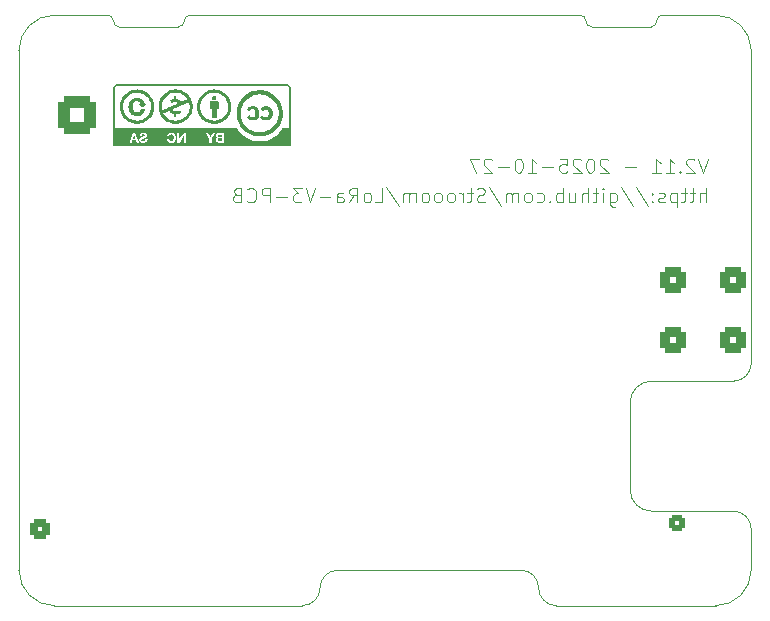
<source format=gbo>
%TF.GenerationSoftware,KiCad,Pcbnew,8.0.8+1*%
%TF.CreationDate,2025-10-27T08:51:50+00:00*%
%TF.ProjectId,LoRa-V3-PCB,4c6f5261-2d56-4332-9d50-43422e6b6963,rev?*%
%TF.SameCoordinates,Original*%
%TF.FileFunction,Legend,Bot*%
%TF.FilePolarity,Positive*%
%FSLAX46Y46*%
G04 Gerber Fmt 4.6, Leading zero omitted, Abs format (unit mm)*
G04 Created by KiCad (PCBNEW 8.0.8+1) date 2025-10-27 08:51:50*
%MOMM*%
%LPD*%
G01*
G04 APERTURE LIST*
G04 Aperture macros list*
%AMRoundRect*
0 Rectangle with rounded corners*
0 $1 Rounding radius*
0 $2 $3 $4 $5 $6 $7 $8 $9 X,Y pos of 4 corners*
0 Add a 4 corners polygon primitive as box body*
4,1,4,$2,$3,$4,$5,$6,$7,$8,$9,$2,$3,0*
0 Add four circle primitives for the rounded corners*
1,1,$1+$1,$2,$3*
1,1,$1+$1,$4,$5*
1,1,$1+$1,$6,$7*
1,1,$1+$1,$8,$9*
0 Add four rect primitives between the rounded corners*
20,1,$1+$1,$2,$3,$4,$5,0*
20,1,$1+$1,$4,$5,$6,$7,0*
20,1,$1+$1,$6,$7,$8,$9,0*
20,1,$1+$1,$8,$9,$2,$3,0*%
G04 Aperture macros list end*
%TA.AperFunction,Profile*%
%ADD10C,0.050000*%
%TD*%
%TA.AperFunction,Profile*%
%ADD11C,0.100000*%
%TD*%
%ADD12C,0.100000*%
%ADD13C,0.000000*%
%ADD14C,2.000000*%
%ADD15RoundRect,0.523529X-1.078471X-1.078471X1.078471X-1.078471X1.078471X1.078471X-1.078471X1.078471X0*%
%ADD16C,3.204000*%
%ADD17RoundRect,0.250000X-0.425000X0.425000X-0.425000X-0.425000X0.425000X-0.425000X0.425000X0.425000X0*%
%ADD18O,1.350000X1.350000*%
%ADD19C,1.000000*%
%ADD20C,2.500000*%
%ADD21RoundRect,0.440000X0.660000X0.660000X-0.660000X0.660000X-0.660000X-0.660000X0.660000X-0.660000X0*%
%ADD22RoundRect,0.340000X0.510000X0.510000X-0.510000X0.510000X-0.510000X-0.510000X0.510000X-0.510000X0*%
%ADD23O,1.700000X1.700000*%
%ADD24O,1.800000X1.000000*%
%ADD25O,2.200000X1.000000*%
G04 APERTURE END LIST*
D10*
X162500000Y-73000000D02*
G75*
G02*
X162000000Y-72500000I0J500000D01*
G01*
D11*
X114000000Y-75000000D02*
X114000000Y-119000000D01*
X167550000Y-114000000D02*
X174500000Y-114000000D01*
D10*
X128500000Y-72000000D02*
X161500000Y-72000000D01*
D11*
X176000000Y-119000000D02*
G75*
G02*
X173000000Y-122000000I-3000000J0D01*
G01*
D10*
X161500000Y-72000000D02*
G75*
G02*
X162000000Y-72500000I0J-500000D01*
G01*
X122500000Y-73000000D02*
G75*
G02*
X122000000Y-72500000I0J500000D01*
G01*
X128000000Y-72500000D02*
G75*
G02*
X128500000Y-72000000I500000J0D01*
G01*
D11*
X176000000Y-115500000D02*
X176000000Y-119000000D01*
D10*
X167500000Y-73000000D02*
X162500000Y-73000000D01*
D11*
X165750000Y-104800000D02*
G75*
G02*
X167550000Y-103000000I1800000J0D01*
G01*
X139500000Y-120500000D02*
G75*
G02*
X138000000Y-122000000I-1500000J0D01*
G01*
X139500000Y-120500000D02*
G75*
G02*
X141000000Y-119000000I1500000J0D01*
G01*
D10*
X122500000Y-73000000D02*
X127500000Y-73000000D01*
X121500000Y-72000000D02*
G75*
G02*
X122000000Y-72500000I0J-500000D01*
G01*
D11*
X176000000Y-101500000D02*
G75*
G02*
X174500000Y-103000000I-1500000J0D01*
G01*
X117000000Y-122000000D02*
G75*
G02*
X114000000Y-119000000I0J3000000D01*
G01*
D10*
X128000000Y-72500000D02*
G75*
G02*
X127500000Y-73000000I-500000J0D01*
G01*
D11*
X156500000Y-119000000D02*
G75*
G02*
X158000000Y-120500000I0J-1500000D01*
G01*
X174500000Y-103000000D02*
X167550000Y-103000000D01*
X159500000Y-122000000D02*
X173000000Y-122000000D01*
X167550000Y-114000000D02*
G75*
G02*
X165750000Y-112200000I0J1800000D01*
G01*
X165750000Y-104800000D02*
X165750000Y-112200000D01*
X173000000Y-72000000D02*
G75*
G02*
X176000000Y-75000000I0J-3000000D01*
G01*
X156500000Y-119000000D02*
X141000000Y-119000000D01*
D10*
X117000000Y-72000000D02*
X121500000Y-72000000D01*
D11*
X176000000Y-75000000D02*
X176000000Y-101500000D01*
D10*
X168000000Y-72500000D02*
G75*
G02*
X167500000Y-73000000I-500000J0D01*
G01*
D11*
X114000000Y-75000000D02*
G75*
G02*
X117000000Y-72000000I3000000J0D01*
G01*
X174500000Y-114000000D02*
G75*
G02*
X176000000Y-115500000I0J-1500000D01*
G01*
X159500000Y-122000000D02*
G75*
G02*
X158000000Y-120500000I0J1500000D01*
G01*
D10*
X168500000Y-72000000D02*
X173000000Y-72000000D01*
X168000000Y-72500000D02*
G75*
G02*
X168500000Y-72000000I500000J0D01*
G01*
D11*
X117000000Y-122000000D02*
X138000000Y-122000000D01*
D12*
X172319925Y-84147942D02*
X171919925Y-85347942D01*
X171919925Y-85347942D02*
X171519925Y-84147942D01*
X171177068Y-84262228D02*
X171119925Y-84205085D01*
X171119925Y-84205085D02*
X171005640Y-84147942D01*
X171005640Y-84147942D02*
X170719925Y-84147942D01*
X170719925Y-84147942D02*
X170605640Y-84205085D01*
X170605640Y-84205085D02*
X170548497Y-84262228D01*
X170548497Y-84262228D02*
X170491354Y-84376514D01*
X170491354Y-84376514D02*
X170491354Y-84490800D01*
X170491354Y-84490800D02*
X170548497Y-84662228D01*
X170548497Y-84662228D02*
X171234211Y-85347942D01*
X171234211Y-85347942D02*
X170491354Y-85347942D01*
X169977068Y-85233657D02*
X169919925Y-85290800D01*
X169919925Y-85290800D02*
X169977068Y-85347942D01*
X169977068Y-85347942D02*
X170034211Y-85290800D01*
X170034211Y-85290800D02*
X169977068Y-85233657D01*
X169977068Y-85233657D02*
X169977068Y-85347942D01*
X168777068Y-85347942D02*
X169462782Y-85347942D01*
X169119925Y-85347942D02*
X169119925Y-84147942D01*
X169119925Y-84147942D02*
X169234211Y-84319371D01*
X169234211Y-84319371D02*
X169348496Y-84433657D01*
X169348496Y-84433657D02*
X169462782Y-84490800D01*
X167634211Y-85347942D02*
X168319925Y-85347942D01*
X167977068Y-85347942D02*
X167977068Y-84147942D01*
X167977068Y-84147942D02*
X168091354Y-84319371D01*
X168091354Y-84319371D02*
X168205639Y-84433657D01*
X168205639Y-84433657D02*
X168319925Y-84490800D01*
X166205639Y-84890800D02*
X165291354Y-84890800D01*
X163862782Y-84262228D02*
X163805639Y-84205085D01*
X163805639Y-84205085D02*
X163691354Y-84147942D01*
X163691354Y-84147942D02*
X163405639Y-84147942D01*
X163405639Y-84147942D02*
X163291354Y-84205085D01*
X163291354Y-84205085D02*
X163234211Y-84262228D01*
X163234211Y-84262228D02*
X163177068Y-84376514D01*
X163177068Y-84376514D02*
X163177068Y-84490800D01*
X163177068Y-84490800D02*
X163234211Y-84662228D01*
X163234211Y-84662228D02*
X163919925Y-85347942D01*
X163919925Y-85347942D02*
X163177068Y-85347942D01*
X162434211Y-84147942D02*
X162319925Y-84147942D01*
X162319925Y-84147942D02*
X162205639Y-84205085D01*
X162205639Y-84205085D02*
X162148497Y-84262228D01*
X162148497Y-84262228D02*
X162091354Y-84376514D01*
X162091354Y-84376514D02*
X162034211Y-84605085D01*
X162034211Y-84605085D02*
X162034211Y-84890800D01*
X162034211Y-84890800D02*
X162091354Y-85119371D01*
X162091354Y-85119371D02*
X162148497Y-85233657D01*
X162148497Y-85233657D02*
X162205639Y-85290800D01*
X162205639Y-85290800D02*
X162319925Y-85347942D01*
X162319925Y-85347942D02*
X162434211Y-85347942D01*
X162434211Y-85347942D02*
X162548497Y-85290800D01*
X162548497Y-85290800D02*
X162605639Y-85233657D01*
X162605639Y-85233657D02*
X162662782Y-85119371D01*
X162662782Y-85119371D02*
X162719925Y-84890800D01*
X162719925Y-84890800D02*
X162719925Y-84605085D01*
X162719925Y-84605085D02*
X162662782Y-84376514D01*
X162662782Y-84376514D02*
X162605639Y-84262228D01*
X162605639Y-84262228D02*
X162548497Y-84205085D01*
X162548497Y-84205085D02*
X162434211Y-84147942D01*
X161577068Y-84262228D02*
X161519925Y-84205085D01*
X161519925Y-84205085D02*
X161405640Y-84147942D01*
X161405640Y-84147942D02*
X161119925Y-84147942D01*
X161119925Y-84147942D02*
X161005640Y-84205085D01*
X161005640Y-84205085D02*
X160948497Y-84262228D01*
X160948497Y-84262228D02*
X160891354Y-84376514D01*
X160891354Y-84376514D02*
X160891354Y-84490800D01*
X160891354Y-84490800D02*
X160948497Y-84662228D01*
X160948497Y-84662228D02*
X161634211Y-85347942D01*
X161634211Y-85347942D02*
X160891354Y-85347942D01*
X159805640Y-84147942D02*
X160377068Y-84147942D01*
X160377068Y-84147942D02*
X160434211Y-84719371D01*
X160434211Y-84719371D02*
X160377068Y-84662228D01*
X160377068Y-84662228D02*
X160262783Y-84605085D01*
X160262783Y-84605085D02*
X159977068Y-84605085D01*
X159977068Y-84605085D02*
X159862783Y-84662228D01*
X159862783Y-84662228D02*
X159805640Y-84719371D01*
X159805640Y-84719371D02*
X159748497Y-84833657D01*
X159748497Y-84833657D02*
X159748497Y-85119371D01*
X159748497Y-85119371D02*
X159805640Y-85233657D01*
X159805640Y-85233657D02*
X159862783Y-85290800D01*
X159862783Y-85290800D02*
X159977068Y-85347942D01*
X159977068Y-85347942D02*
X160262783Y-85347942D01*
X160262783Y-85347942D02*
X160377068Y-85290800D01*
X160377068Y-85290800D02*
X160434211Y-85233657D01*
X159234211Y-84890800D02*
X158319926Y-84890800D01*
X157119926Y-85347942D02*
X157805640Y-85347942D01*
X157462783Y-85347942D02*
X157462783Y-84147942D01*
X157462783Y-84147942D02*
X157577069Y-84319371D01*
X157577069Y-84319371D02*
X157691354Y-84433657D01*
X157691354Y-84433657D02*
X157805640Y-84490800D01*
X156377069Y-84147942D02*
X156262783Y-84147942D01*
X156262783Y-84147942D02*
X156148497Y-84205085D01*
X156148497Y-84205085D02*
X156091355Y-84262228D01*
X156091355Y-84262228D02*
X156034212Y-84376514D01*
X156034212Y-84376514D02*
X155977069Y-84605085D01*
X155977069Y-84605085D02*
X155977069Y-84890800D01*
X155977069Y-84890800D02*
X156034212Y-85119371D01*
X156034212Y-85119371D02*
X156091355Y-85233657D01*
X156091355Y-85233657D02*
X156148497Y-85290800D01*
X156148497Y-85290800D02*
X156262783Y-85347942D01*
X156262783Y-85347942D02*
X156377069Y-85347942D01*
X156377069Y-85347942D02*
X156491355Y-85290800D01*
X156491355Y-85290800D02*
X156548497Y-85233657D01*
X156548497Y-85233657D02*
X156605640Y-85119371D01*
X156605640Y-85119371D02*
X156662783Y-84890800D01*
X156662783Y-84890800D02*
X156662783Y-84605085D01*
X156662783Y-84605085D02*
X156605640Y-84376514D01*
X156605640Y-84376514D02*
X156548497Y-84262228D01*
X156548497Y-84262228D02*
X156491355Y-84205085D01*
X156491355Y-84205085D02*
X156377069Y-84147942D01*
X155462783Y-84890800D02*
X154548498Y-84890800D01*
X154034212Y-84262228D02*
X153977069Y-84205085D01*
X153977069Y-84205085D02*
X153862784Y-84147942D01*
X153862784Y-84147942D02*
X153577069Y-84147942D01*
X153577069Y-84147942D02*
X153462784Y-84205085D01*
X153462784Y-84205085D02*
X153405641Y-84262228D01*
X153405641Y-84262228D02*
X153348498Y-84376514D01*
X153348498Y-84376514D02*
X153348498Y-84490800D01*
X153348498Y-84490800D02*
X153405641Y-84662228D01*
X153405641Y-84662228D02*
X154091355Y-85347942D01*
X154091355Y-85347942D02*
X153348498Y-85347942D01*
X152948498Y-84147942D02*
X152148498Y-84147942D01*
X152148498Y-84147942D02*
X152662784Y-85347942D01*
X172148496Y-87847942D02*
X172148496Y-86647942D01*
X171634211Y-87847942D02*
X171634211Y-87219371D01*
X171634211Y-87219371D02*
X171691353Y-87105085D01*
X171691353Y-87105085D02*
X171805639Y-87047942D01*
X171805639Y-87047942D02*
X171977068Y-87047942D01*
X171977068Y-87047942D02*
X172091353Y-87105085D01*
X172091353Y-87105085D02*
X172148496Y-87162228D01*
X171234211Y-87047942D02*
X170777068Y-87047942D01*
X171062782Y-86647942D02*
X171062782Y-87676514D01*
X171062782Y-87676514D02*
X171005639Y-87790800D01*
X171005639Y-87790800D02*
X170891354Y-87847942D01*
X170891354Y-87847942D02*
X170777068Y-87847942D01*
X170548497Y-87047942D02*
X170091354Y-87047942D01*
X170377068Y-86647942D02*
X170377068Y-87676514D01*
X170377068Y-87676514D02*
X170319925Y-87790800D01*
X170319925Y-87790800D02*
X170205640Y-87847942D01*
X170205640Y-87847942D02*
X170091354Y-87847942D01*
X169691354Y-87047942D02*
X169691354Y-88247942D01*
X169691354Y-87105085D02*
X169577069Y-87047942D01*
X169577069Y-87047942D02*
X169348497Y-87047942D01*
X169348497Y-87047942D02*
X169234211Y-87105085D01*
X169234211Y-87105085D02*
X169177069Y-87162228D01*
X169177069Y-87162228D02*
X169119926Y-87276514D01*
X169119926Y-87276514D02*
X169119926Y-87619371D01*
X169119926Y-87619371D02*
X169177069Y-87733657D01*
X169177069Y-87733657D02*
X169234211Y-87790800D01*
X169234211Y-87790800D02*
X169348497Y-87847942D01*
X169348497Y-87847942D02*
X169577069Y-87847942D01*
X169577069Y-87847942D02*
X169691354Y-87790800D01*
X168662783Y-87790800D02*
X168548497Y-87847942D01*
X168548497Y-87847942D02*
X168319926Y-87847942D01*
X168319926Y-87847942D02*
X168205640Y-87790800D01*
X168205640Y-87790800D02*
X168148497Y-87676514D01*
X168148497Y-87676514D02*
X168148497Y-87619371D01*
X168148497Y-87619371D02*
X168205640Y-87505085D01*
X168205640Y-87505085D02*
X168319926Y-87447942D01*
X168319926Y-87447942D02*
X168491355Y-87447942D01*
X168491355Y-87447942D02*
X168605640Y-87390800D01*
X168605640Y-87390800D02*
X168662783Y-87276514D01*
X168662783Y-87276514D02*
X168662783Y-87219371D01*
X168662783Y-87219371D02*
X168605640Y-87105085D01*
X168605640Y-87105085D02*
X168491355Y-87047942D01*
X168491355Y-87047942D02*
X168319926Y-87047942D01*
X168319926Y-87047942D02*
X168205640Y-87105085D01*
X167634211Y-87733657D02*
X167577068Y-87790800D01*
X167577068Y-87790800D02*
X167634211Y-87847942D01*
X167634211Y-87847942D02*
X167691354Y-87790800D01*
X167691354Y-87790800D02*
X167634211Y-87733657D01*
X167634211Y-87733657D02*
X167634211Y-87847942D01*
X167634211Y-87105085D02*
X167577068Y-87162228D01*
X167577068Y-87162228D02*
X167634211Y-87219371D01*
X167634211Y-87219371D02*
X167691354Y-87162228D01*
X167691354Y-87162228D02*
X167634211Y-87105085D01*
X167634211Y-87105085D02*
X167634211Y-87219371D01*
X166205639Y-86590800D02*
X167234211Y-88133657D01*
X164948496Y-86590800D02*
X165977068Y-88133657D01*
X164034211Y-87047942D02*
X164034211Y-88019371D01*
X164034211Y-88019371D02*
X164091353Y-88133657D01*
X164091353Y-88133657D02*
X164148496Y-88190800D01*
X164148496Y-88190800D02*
X164262782Y-88247942D01*
X164262782Y-88247942D02*
X164434211Y-88247942D01*
X164434211Y-88247942D02*
X164548496Y-88190800D01*
X164034211Y-87790800D02*
X164148496Y-87847942D01*
X164148496Y-87847942D02*
X164377068Y-87847942D01*
X164377068Y-87847942D02*
X164491353Y-87790800D01*
X164491353Y-87790800D02*
X164548496Y-87733657D01*
X164548496Y-87733657D02*
X164605639Y-87619371D01*
X164605639Y-87619371D02*
X164605639Y-87276514D01*
X164605639Y-87276514D02*
X164548496Y-87162228D01*
X164548496Y-87162228D02*
X164491353Y-87105085D01*
X164491353Y-87105085D02*
X164377068Y-87047942D01*
X164377068Y-87047942D02*
X164148496Y-87047942D01*
X164148496Y-87047942D02*
X164034211Y-87105085D01*
X163462782Y-87847942D02*
X163462782Y-87047942D01*
X163462782Y-86647942D02*
X163519925Y-86705085D01*
X163519925Y-86705085D02*
X163462782Y-86762228D01*
X163462782Y-86762228D02*
X163405639Y-86705085D01*
X163405639Y-86705085D02*
X163462782Y-86647942D01*
X163462782Y-86647942D02*
X163462782Y-86762228D01*
X163062782Y-87047942D02*
X162605639Y-87047942D01*
X162891353Y-86647942D02*
X162891353Y-87676514D01*
X162891353Y-87676514D02*
X162834210Y-87790800D01*
X162834210Y-87790800D02*
X162719925Y-87847942D01*
X162719925Y-87847942D02*
X162605639Y-87847942D01*
X162205639Y-87847942D02*
X162205639Y-86647942D01*
X161691354Y-87847942D02*
X161691354Y-87219371D01*
X161691354Y-87219371D02*
X161748496Y-87105085D01*
X161748496Y-87105085D02*
X161862782Y-87047942D01*
X161862782Y-87047942D02*
X162034211Y-87047942D01*
X162034211Y-87047942D02*
X162148496Y-87105085D01*
X162148496Y-87105085D02*
X162205639Y-87162228D01*
X160605640Y-87047942D02*
X160605640Y-87847942D01*
X161119925Y-87047942D02*
X161119925Y-87676514D01*
X161119925Y-87676514D02*
X161062782Y-87790800D01*
X161062782Y-87790800D02*
X160948497Y-87847942D01*
X160948497Y-87847942D02*
X160777068Y-87847942D01*
X160777068Y-87847942D02*
X160662782Y-87790800D01*
X160662782Y-87790800D02*
X160605640Y-87733657D01*
X160034211Y-87847942D02*
X160034211Y-86647942D01*
X160034211Y-87105085D02*
X159919926Y-87047942D01*
X159919926Y-87047942D02*
X159691354Y-87047942D01*
X159691354Y-87047942D02*
X159577068Y-87105085D01*
X159577068Y-87105085D02*
X159519926Y-87162228D01*
X159519926Y-87162228D02*
X159462783Y-87276514D01*
X159462783Y-87276514D02*
X159462783Y-87619371D01*
X159462783Y-87619371D02*
X159519926Y-87733657D01*
X159519926Y-87733657D02*
X159577068Y-87790800D01*
X159577068Y-87790800D02*
X159691354Y-87847942D01*
X159691354Y-87847942D02*
X159919926Y-87847942D01*
X159919926Y-87847942D02*
X160034211Y-87790800D01*
X158948497Y-87733657D02*
X158891354Y-87790800D01*
X158891354Y-87790800D02*
X158948497Y-87847942D01*
X158948497Y-87847942D02*
X159005640Y-87790800D01*
X159005640Y-87790800D02*
X158948497Y-87733657D01*
X158948497Y-87733657D02*
X158948497Y-87847942D01*
X157862783Y-87790800D02*
X157977068Y-87847942D01*
X157977068Y-87847942D02*
X158205640Y-87847942D01*
X158205640Y-87847942D02*
X158319925Y-87790800D01*
X158319925Y-87790800D02*
X158377068Y-87733657D01*
X158377068Y-87733657D02*
X158434211Y-87619371D01*
X158434211Y-87619371D02*
X158434211Y-87276514D01*
X158434211Y-87276514D02*
X158377068Y-87162228D01*
X158377068Y-87162228D02*
X158319925Y-87105085D01*
X158319925Y-87105085D02*
X158205640Y-87047942D01*
X158205640Y-87047942D02*
X157977068Y-87047942D01*
X157977068Y-87047942D02*
X157862783Y-87105085D01*
X157177069Y-87847942D02*
X157291354Y-87790800D01*
X157291354Y-87790800D02*
X157348497Y-87733657D01*
X157348497Y-87733657D02*
X157405640Y-87619371D01*
X157405640Y-87619371D02*
X157405640Y-87276514D01*
X157405640Y-87276514D02*
X157348497Y-87162228D01*
X157348497Y-87162228D02*
X157291354Y-87105085D01*
X157291354Y-87105085D02*
X157177069Y-87047942D01*
X157177069Y-87047942D02*
X157005640Y-87047942D01*
X157005640Y-87047942D02*
X156891354Y-87105085D01*
X156891354Y-87105085D02*
X156834212Y-87162228D01*
X156834212Y-87162228D02*
X156777069Y-87276514D01*
X156777069Y-87276514D02*
X156777069Y-87619371D01*
X156777069Y-87619371D02*
X156834212Y-87733657D01*
X156834212Y-87733657D02*
X156891354Y-87790800D01*
X156891354Y-87790800D02*
X157005640Y-87847942D01*
X157005640Y-87847942D02*
X157177069Y-87847942D01*
X156262783Y-87847942D02*
X156262783Y-87047942D01*
X156262783Y-87162228D02*
X156205640Y-87105085D01*
X156205640Y-87105085D02*
X156091355Y-87047942D01*
X156091355Y-87047942D02*
X155919926Y-87047942D01*
X155919926Y-87047942D02*
X155805640Y-87105085D01*
X155805640Y-87105085D02*
X155748498Y-87219371D01*
X155748498Y-87219371D02*
X155748498Y-87847942D01*
X155748498Y-87219371D02*
X155691355Y-87105085D01*
X155691355Y-87105085D02*
X155577069Y-87047942D01*
X155577069Y-87047942D02*
X155405640Y-87047942D01*
X155405640Y-87047942D02*
X155291355Y-87105085D01*
X155291355Y-87105085D02*
X155234212Y-87219371D01*
X155234212Y-87219371D02*
X155234212Y-87847942D01*
X153805640Y-86590800D02*
X154834212Y-88133657D01*
X153462783Y-87790800D02*
X153291355Y-87847942D01*
X153291355Y-87847942D02*
X153005640Y-87847942D01*
X153005640Y-87847942D02*
X152891355Y-87790800D01*
X152891355Y-87790800D02*
X152834212Y-87733657D01*
X152834212Y-87733657D02*
X152777069Y-87619371D01*
X152777069Y-87619371D02*
X152777069Y-87505085D01*
X152777069Y-87505085D02*
X152834212Y-87390800D01*
X152834212Y-87390800D02*
X152891355Y-87333657D01*
X152891355Y-87333657D02*
X153005640Y-87276514D01*
X153005640Y-87276514D02*
X153234212Y-87219371D01*
X153234212Y-87219371D02*
X153348497Y-87162228D01*
X153348497Y-87162228D02*
X153405640Y-87105085D01*
X153405640Y-87105085D02*
X153462783Y-86990800D01*
X153462783Y-86990800D02*
X153462783Y-86876514D01*
X153462783Y-86876514D02*
X153405640Y-86762228D01*
X153405640Y-86762228D02*
X153348497Y-86705085D01*
X153348497Y-86705085D02*
X153234212Y-86647942D01*
X153234212Y-86647942D02*
X152948497Y-86647942D01*
X152948497Y-86647942D02*
X152777069Y-86705085D01*
X152434212Y-87047942D02*
X151977069Y-87047942D01*
X152262783Y-86647942D02*
X152262783Y-87676514D01*
X152262783Y-87676514D02*
X152205640Y-87790800D01*
X152205640Y-87790800D02*
X152091355Y-87847942D01*
X152091355Y-87847942D02*
X151977069Y-87847942D01*
X151577069Y-87847942D02*
X151577069Y-87047942D01*
X151577069Y-87276514D02*
X151519926Y-87162228D01*
X151519926Y-87162228D02*
X151462784Y-87105085D01*
X151462784Y-87105085D02*
X151348498Y-87047942D01*
X151348498Y-87047942D02*
X151234212Y-87047942D01*
X150662784Y-87847942D02*
X150777069Y-87790800D01*
X150777069Y-87790800D02*
X150834212Y-87733657D01*
X150834212Y-87733657D02*
X150891355Y-87619371D01*
X150891355Y-87619371D02*
X150891355Y-87276514D01*
X150891355Y-87276514D02*
X150834212Y-87162228D01*
X150834212Y-87162228D02*
X150777069Y-87105085D01*
X150777069Y-87105085D02*
X150662784Y-87047942D01*
X150662784Y-87047942D02*
X150491355Y-87047942D01*
X150491355Y-87047942D02*
X150377069Y-87105085D01*
X150377069Y-87105085D02*
X150319927Y-87162228D01*
X150319927Y-87162228D02*
X150262784Y-87276514D01*
X150262784Y-87276514D02*
X150262784Y-87619371D01*
X150262784Y-87619371D02*
X150319927Y-87733657D01*
X150319927Y-87733657D02*
X150377069Y-87790800D01*
X150377069Y-87790800D02*
X150491355Y-87847942D01*
X150491355Y-87847942D02*
X150662784Y-87847942D01*
X149577070Y-87847942D02*
X149691355Y-87790800D01*
X149691355Y-87790800D02*
X149748498Y-87733657D01*
X149748498Y-87733657D02*
X149805641Y-87619371D01*
X149805641Y-87619371D02*
X149805641Y-87276514D01*
X149805641Y-87276514D02*
X149748498Y-87162228D01*
X149748498Y-87162228D02*
X149691355Y-87105085D01*
X149691355Y-87105085D02*
X149577070Y-87047942D01*
X149577070Y-87047942D02*
X149405641Y-87047942D01*
X149405641Y-87047942D02*
X149291355Y-87105085D01*
X149291355Y-87105085D02*
X149234213Y-87162228D01*
X149234213Y-87162228D02*
X149177070Y-87276514D01*
X149177070Y-87276514D02*
X149177070Y-87619371D01*
X149177070Y-87619371D02*
X149234213Y-87733657D01*
X149234213Y-87733657D02*
X149291355Y-87790800D01*
X149291355Y-87790800D02*
X149405641Y-87847942D01*
X149405641Y-87847942D02*
X149577070Y-87847942D01*
X148491356Y-87847942D02*
X148605641Y-87790800D01*
X148605641Y-87790800D02*
X148662784Y-87733657D01*
X148662784Y-87733657D02*
X148719927Y-87619371D01*
X148719927Y-87619371D02*
X148719927Y-87276514D01*
X148719927Y-87276514D02*
X148662784Y-87162228D01*
X148662784Y-87162228D02*
X148605641Y-87105085D01*
X148605641Y-87105085D02*
X148491356Y-87047942D01*
X148491356Y-87047942D02*
X148319927Y-87047942D01*
X148319927Y-87047942D02*
X148205641Y-87105085D01*
X148205641Y-87105085D02*
X148148499Y-87162228D01*
X148148499Y-87162228D02*
X148091356Y-87276514D01*
X148091356Y-87276514D02*
X148091356Y-87619371D01*
X148091356Y-87619371D02*
X148148499Y-87733657D01*
X148148499Y-87733657D02*
X148205641Y-87790800D01*
X148205641Y-87790800D02*
X148319927Y-87847942D01*
X148319927Y-87847942D02*
X148491356Y-87847942D01*
X147577070Y-87847942D02*
X147577070Y-87047942D01*
X147577070Y-87162228D02*
X147519927Y-87105085D01*
X147519927Y-87105085D02*
X147405642Y-87047942D01*
X147405642Y-87047942D02*
X147234213Y-87047942D01*
X147234213Y-87047942D02*
X147119927Y-87105085D01*
X147119927Y-87105085D02*
X147062785Y-87219371D01*
X147062785Y-87219371D02*
X147062785Y-87847942D01*
X147062785Y-87219371D02*
X147005642Y-87105085D01*
X147005642Y-87105085D02*
X146891356Y-87047942D01*
X146891356Y-87047942D02*
X146719927Y-87047942D01*
X146719927Y-87047942D02*
X146605642Y-87105085D01*
X146605642Y-87105085D02*
X146548499Y-87219371D01*
X146548499Y-87219371D02*
X146548499Y-87847942D01*
X145119927Y-86590800D02*
X146148499Y-88133657D01*
X144148499Y-87847942D02*
X144719927Y-87847942D01*
X144719927Y-87847942D02*
X144719927Y-86647942D01*
X143577070Y-87847942D02*
X143691355Y-87790800D01*
X143691355Y-87790800D02*
X143748498Y-87733657D01*
X143748498Y-87733657D02*
X143805641Y-87619371D01*
X143805641Y-87619371D02*
X143805641Y-87276514D01*
X143805641Y-87276514D02*
X143748498Y-87162228D01*
X143748498Y-87162228D02*
X143691355Y-87105085D01*
X143691355Y-87105085D02*
X143577070Y-87047942D01*
X143577070Y-87047942D02*
X143405641Y-87047942D01*
X143405641Y-87047942D02*
X143291355Y-87105085D01*
X143291355Y-87105085D02*
X143234213Y-87162228D01*
X143234213Y-87162228D02*
X143177070Y-87276514D01*
X143177070Y-87276514D02*
X143177070Y-87619371D01*
X143177070Y-87619371D02*
X143234213Y-87733657D01*
X143234213Y-87733657D02*
X143291355Y-87790800D01*
X143291355Y-87790800D02*
X143405641Y-87847942D01*
X143405641Y-87847942D02*
X143577070Y-87847942D01*
X141977070Y-87847942D02*
X142377070Y-87276514D01*
X142662784Y-87847942D02*
X142662784Y-86647942D01*
X142662784Y-86647942D02*
X142205641Y-86647942D01*
X142205641Y-86647942D02*
X142091356Y-86705085D01*
X142091356Y-86705085D02*
X142034213Y-86762228D01*
X142034213Y-86762228D02*
X141977070Y-86876514D01*
X141977070Y-86876514D02*
X141977070Y-87047942D01*
X141977070Y-87047942D02*
X142034213Y-87162228D01*
X142034213Y-87162228D02*
X142091356Y-87219371D01*
X142091356Y-87219371D02*
X142205641Y-87276514D01*
X142205641Y-87276514D02*
X142662784Y-87276514D01*
X140948499Y-87847942D02*
X140948499Y-87219371D01*
X140948499Y-87219371D02*
X141005641Y-87105085D01*
X141005641Y-87105085D02*
X141119927Y-87047942D01*
X141119927Y-87047942D02*
X141348499Y-87047942D01*
X141348499Y-87047942D02*
X141462784Y-87105085D01*
X140948499Y-87790800D02*
X141062784Y-87847942D01*
X141062784Y-87847942D02*
X141348499Y-87847942D01*
X141348499Y-87847942D02*
X141462784Y-87790800D01*
X141462784Y-87790800D02*
X141519927Y-87676514D01*
X141519927Y-87676514D02*
X141519927Y-87562228D01*
X141519927Y-87562228D02*
X141462784Y-87447942D01*
X141462784Y-87447942D02*
X141348499Y-87390800D01*
X141348499Y-87390800D02*
X141062784Y-87390800D01*
X141062784Y-87390800D02*
X140948499Y-87333657D01*
X140377070Y-87390800D02*
X139462785Y-87390800D01*
X139062785Y-86647942D02*
X138662785Y-87847942D01*
X138662785Y-87847942D02*
X138262785Y-86647942D01*
X137977071Y-86647942D02*
X137234214Y-86647942D01*
X137234214Y-86647942D02*
X137634214Y-87105085D01*
X137634214Y-87105085D02*
X137462785Y-87105085D01*
X137462785Y-87105085D02*
X137348500Y-87162228D01*
X137348500Y-87162228D02*
X137291357Y-87219371D01*
X137291357Y-87219371D02*
X137234214Y-87333657D01*
X137234214Y-87333657D02*
X137234214Y-87619371D01*
X137234214Y-87619371D02*
X137291357Y-87733657D01*
X137291357Y-87733657D02*
X137348500Y-87790800D01*
X137348500Y-87790800D02*
X137462785Y-87847942D01*
X137462785Y-87847942D02*
X137805642Y-87847942D01*
X137805642Y-87847942D02*
X137919928Y-87790800D01*
X137919928Y-87790800D02*
X137977071Y-87733657D01*
X136719928Y-87390800D02*
X135805643Y-87390800D01*
X135234214Y-87847942D02*
X135234214Y-86647942D01*
X135234214Y-86647942D02*
X134777071Y-86647942D01*
X134777071Y-86647942D02*
X134662786Y-86705085D01*
X134662786Y-86705085D02*
X134605643Y-86762228D01*
X134605643Y-86762228D02*
X134548500Y-86876514D01*
X134548500Y-86876514D02*
X134548500Y-87047942D01*
X134548500Y-87047942D02*
X134605643Y-87162228D01*
X134605643Y-87162228D02*
X134662786Y-87219371D01*
X134662786Y-87219371D02*
X134777071Y-87276514D01*
X134777071Y-87276514D02*
X135234214Y-87276514D01*
X133348500Y-87733657D02*
X133405643Y-87790800D01*
X133405643Y-87790800D02*
X133577071Y-87847942D01*
X133577071Y-87847942D02*
X133691357Y-87847942D01*
X133691357Y-87847942D02*
X133862786Y-87790800D01*
X133862786Y-87790800D02*
X133977071Y-87676514D01*
X133977071Y-87676514D02*
X134034214Y-87562228D01*
X134034214Y-87562228D02*
X134091357Y-87333657D01*
X134091357Y-87333657D02*
X134091357Y-87162228D01*
X134091357Y-87162228D02*
X134034214Y-86933657D01*
X134034214Y-86933657D02*
X133977071Y-86819371D01*
X133977071Y-86819371D02*
X133862786Y-86705085D01*
X133862786Y-86705085D02*
X133691357Y-86647942D01*
X133691357Y-86647942D02*
X133577071Y-86647942D01*
X133577071Y-86647942D02*
X133405643Y-86705085D01*
X133405643Y-86705085D02*
X133348500Y-86762228D01*
X132434214Y-87219371D02*
X132262786Y-87276514D01*
X132262786Y-87276514D02*
X132205643Y-87333657D01*
X132205643Y-87333657D02*
X132148500Y-87447942D01*
X132148500Y-87447942D02*
X132148500Y-87619371D01*
X132148500Y-87619371D02*
X132205643Y-87733657D01*
X132205643Y-87733657D02*
X132262786Y-87790800D01*
X132262786Y-87790800D02*
X132377071Y-87847942D01*
X132377071Y-87847942D02*
X132834214Y-87847942D01*
X132834214Y-87847942D02*
X132834214Y-86647942D01*
X132834214Y-86647942D02*
X132434214Y-86647942D01*
X132434214Y-86647942D02*
X132319929Y-86705085D01*
X132319929Y-86705085D02*
X132262786Y-86762228D01*
X132262786Y-86762228D02*
X132205643Y-86876514D01*
X132205643Y-86876514D02*
X132205643Y-86990800D01*
X132205643Y-86990800D02*
X132262786Y-87105085D01*
X132262786Y-87105085D02*
X132319929Y-87162228D01*
X132319929Y-87162228D02*
X132434214Y-87219371D01*
X132434214Y-87219371D02*
X132834214Y-87219371D01*
D13*
%TO.C,G01*%
G36*
X131157826Y-82300355D02*
G01*
X131044932Y-82300355D01*
X131032341Y-82300332D01*
X130984324Y-82299540D01*
X130948353Y-82297201D01*
X130922030Y-82292759D01*
X130902958Y-82285654D01*
X130888740Y-82275328D01*
X130876976Y-82261221D01*
X130874224Y-82256544D01*
X130867239Y-82232252D01*
X130865478Y-82202223D01*
X130868909Y-82173019D01*
X130877501Y-82151202D01*
X130888261Y-82138710D01*
X130904009Y-82128040D01*
X130925682Y-82120622D01*
X130955535Y-82115949D01*
X130995827Y-82113516D01*
X131048814Y-82112818D01*
X131157826Y-82112818D01*
X131157826Y-82300355D01*
G37*
G36*
X131157826Y-82652924D02*
G01*
X131035927Y-82652759D01*
X131006226Y-82652638D01*
X130965786Y-82651964D01*
X130936017Y-82650486D01*
X130914191Y-82647952D01*
X130897580Y-82644109D01*
X130883453Y-82638708D01*
X130859368Y-82622940D01*
X130838857Y-82596038D01*
X130828512Y-82563857D01*
X130828267Y-82529517D01*
X130838058Y-82496141D01*
X130857820Y-82466848D01*
X130887487Y-82444758D01*
X130889612Y-82443696D01*
X130903479Y-82437530D01*
X130917944Y-82433202D01*
X130935887Y-82430394D01*
X130960189Y-82428784D01*
X130993730Y-82428052D01*
X131039392Y-82427880D01*
X131157826Y-82427880D01*
X131157826Y-82652924D01*
G37*
G36*
X130539694Y-78812434D02*
G01*
X130582420Y-78820507D01*
X130625475Y-78837950D01*
X130662202Y-78862217D01*
X130679864Y-78879375D01*
X130708395Y-78920676D01*
X130725045Y-78966594D01*
X130730250Y-79014738D01*
X130724445Y-79062714D01*
X130708065Y-79108132D01*
X130681545Y-79148600D01*
X130645320Y-79181725D01*
X130599826Y-79205117D01*
X130570065Y-79213267D01*
X130518694Y-79216532D01*
X130469933Y-79206961D01*
X130425713Y-79185929D01*
X130387962Y-79154813D01*
X130358608Y-79114987D01*
X130339581Y-79067826D01*
X130332810Y-79014708D01*
X130332893Y-79008832D01*
X130341216Y-78956516D01*
X130361888Y-78909528D01*
X130393078Y-78869733D01*
X130432956Y-78838997D01*
X130479691Y-78819186D01*
X130531453Y-78812168D01*
X130539694Y-78812434D01*
G37*
G36*
X123763791Y-82186639D02*
G01*
X123771989Y-82202738D01*
X123783751Y-82230740D01*
X123798570Y-82269438D01*
X123815939Y-82317622D01*
X123819455Y-82327631D01*
X123834426Y-82370589D01*
X123847361Y-82408239D01*
X123857514Y-82438373D01*
X123864140Y-82458783D01*
X123866493Y-82467263D01*
X123866493Y-82467267D01*
X123859484Y-82469565D01*
X123840828Y-82471239D01*
X123813856Y-82472301D01*
X123781896Y-82472763D01*
X123748280Y-82472638D01*
X123716337Y-82471938D01*
X123689398Y-82470676D01*
X123670793Y-82468863D01*
X123663851Y-82466512D01*
X123664164Y-82464744D01*
X123668047Y-82451255D01*
X123675639Y-82427290D01*
X123686020Y-82395558D01*
X123698274Y-82358768D01*
X123711483Y-82319630D01*
X123724728Y-82280854D01*
X123737091Y-82245150D01*
X123747655Y-82215226D01*
X123755501Y-82193794D01*
X123759712Y-82183561D01*
X123763791Y-82186639D01*
G37*
G36*
X130559944Y-79296017D02*
G01*
X130633784Y-79296091D01*
X130694493Y-79296299D01*
X130743466Y-79296695D01*
X130782098Y-79297332D01*
X130811785Y-79298265D01*
X130833922Y-79299548D01*
X130849904Y-79301233D01*
X130861126Y-79303375D01*
X130868983Y-79306028D01*
X130874871Y-79309245D01*
X130883678Y-79315019D01*
X130893301Y-79322018D01*
X130901137Y-79329828D01*
X130907371Y-79339866D01*
X130912185Y-79353553D01*
X130915764Y-79372309D01*
X130918289Y-79397551D01*
X130919944Y-79430700D01*
X130920913Y-79473174D01*
X130921377Y-79526394D01*
X130921522Y-79591778D01*
X130921530Y-79670746D01*
X130921530Y-79978648D01*
X130752746Y-79982890D01*
X130752746Y-80687537D01*
X130310159Y-80687537D01*
X130310159Y-79982890D01*
X130225768Y-79980769D01*
X130141376Y-79978648D01*
X130141376Y-79608279D01*
X130141474Y-79539968D01*
X130141851Y-79484140D01*
X130142691Y-79439376D01*
X130144176Y-79404256D01*
X130146490Y-79377362D01*
X130149816Y-79357274D01*
X130154336Y-79342572D01*
X130160236Y-79331837D01*
X130167696Y-79323651D01*
X130176902Y-79316593D01*
X130188035Y-79309245D01*
X130189912Y-79308079D01*
X130196316Y-79305061D01*
X130205166Y-79302589D01*
X130217857Y-79300609D01*
X130235785Y-79299067D01*
X130260345Y-79297910D01*
X130292932Y-79297084D01*
X130334941Y-79296535D01*
X130387768Y-79296209D01*
X130452806Y-79296053D01*
X130531453Y-79296013D01*
X130559944Y-79296017D01*
G37*
G36*
X134988388Y-79715811D02*
G01*
X135071815Y-79728696D01*
X135148297Y-79752306D01*
X135170223Y-79761597D01*
X135229330Y-79792307D01*
X135283315Y-79830299D01*
X135337276Y-79878993D01*
X135347813Y-79889558D01*
X135374320Y-79918121D01*
X135394824Y-79944856D01*
X135413073Y-79975056D01*
X135432813Y-80014019D01*
X135457429Y-80070231D01*
X135478119Y-80133687D01*
X135491462Y-80200117D01*
X135498892Y-80275194D01*
X135499033Y-80277562D01*
X135498625Y-80376436D01*
X135486248Y-80472660D01*
X135462423Y-80563515D01*
X135427673Y-80646279D01*
X135413287Y-80670534D01*
X135383293Y-80710903D01*
X135346344Y-80752825D01*
X135305994Y-80792627D01*
X135265795Y-80826641D01*
X135229301Y-80851195D01*
X135207071Y-80862686D01*
X135147721Y-80887449D01*
X135084088Y-80907250D01*
X135023633Y-80919607D01*
X134977454Y-80923548D01*
X134922692Y-80924238D01*
X134865813Y-80921808D01*
X134812459Y-80916500D01*
X134768274Y-80908560D01*
X134714762Y-80891733D01*
X134655133Y-80865522D01*
X134599051Y-80833757D01*
X134552244Y-80799333D01*
X134537457Y-80785919D01*
X134504175Y-80752152D01*
X134470852Y-80714341D01*
X134441365Y-80677008D01*
X134419594Y-80644675D01*
X134406967Y-80623155D01*
X134522003Y-80561578D01*
X134553412Y-80544894D01*
X134587746Y-80526982D01*
X134615713Y-80512761D01*
X134635037Y-80503383D01*
X134643445Y-80500000D01*
X134644334Y-80500193D01*
X134651853Y-80508215D01*
X134660601Y-80524380D01*
X134666882Y-80536435D01*
X134689386Y-80567179D01*
X134719240Y-80598001D01*
X134752012Y-80624624D01*
X134783274Y-80642774D01*
X134819029Y-80654880D01*
X134874868Y-80663395D01*
X134931569Y-80661362D01*
X134985046Y-80649047D01*
X135031210Y-80626714D01*
X135061001Y-80602470D01*
X135095140Y-80558447D01*
X135120704Y-80502406D01*
X135137751Y-80434210D01*
X135146338Y-80353722D01*
X135146573Y-80270490D01*
X135137760Y-80193209D01*
X135119776Y-80127099D01*
X135092765Y-80072381D01*
X135056870Y-80029275D01*
X135012233Y-79998000D01*
X134959000Y-79978777D01*
X134897312Y-79971824D01*
X134868261Y-79972066D01*
X134842222Y-79974679D01*
X134819665Y-79980990D01*
X134794360Y-79992232D01*
X134791674Y-79993579D01*
X134749312Y-80021849D01*
X134712158Y-80059120D01*
X134685101Y-80100547D01*
X134683402Y-80103922D01*
X134674194Y-80118859D01*
X134667394Y-80124927D01*
X134659236Y-80121645D01*
X134639967Y-80112474D01*
X134611782Y-80098498D01*
X134576869Y-80080802D01*
X134537416Y-80060472D01*
X134413284Y-79996018D01*
X134430254Y-79964921D01*
X134431736Y-79962289D01*
X134451583Y-79934065D01*
X134480206Y-79901040D01*
X134514281Y-79866429D01*
X134550488Y-79833444D01*
X134585504Y-79805300D01*
X134616007Y-79785211D01*
X134651858Y-79767398D01*
X134729751Y-79739444D01*
X134814025Y-79721390D01*
X134901348Y-79713444D01*
X134988388Y-79715811D01*
G37*
G36*
X133840865Y-79716917D02*
G01*
X133893468Y-79719859D01*
X133938293Y-79726105D01*
X133979570Y-79736555D01*
X134021528Y-79752105D01*
X134068399Y-79773653D01*
X134080792Y-79779867D01*
X134110773Y-79796783D01*
X134137920Y-79815864D01*
X134166379Y-79840232D01*
X134200292Y-79873010D01*
X134212767Y-79885607D01*
X134242375Y-79917278D01*
X134264651Y-79944948D01*
X134282726Y-79972772D01*
X134299731Y-80004903D01*
X134306010Y-80017858D01*
X134326788Y-80064603D01*
X134342127Y-80107894D01*
X134352777Y-80151404D01*
X134359489Y-80198804D01*
X134363013Y-80253767D01*
X134364098Y-80319965D01*
X134363303Y-80380735D01*
X134359718Y-80440636D01*
X134352630Y-80492138D01*
X134341366Y-80538703D01*
X134325253Y-80583793D01*
X134303617Y-80630870D01*
X134258211Y-80705841D01*
X134201688Y-80771561D01*
X134135467Y-80826464D01*
X134060523Y-80869873D01*
X133977830Y-80901110D01*
X133888364Y-80919497D01*
X133871809Y-80921423D01*
X133773440Y-80925388D01*
X133680102Y-80916190D01*
X133592644Y-80894101D01*
X133511916Y-80859397D01*
X133438765Y-80812352D01*
X133374040Y-80753240D01*
X133355988Y-80732650D01*
X133334776Y-80706370D01*
X133314442Y-80679402D01*
X133297190Y-80654782D01*
X133285223Y-80635545D01*
X133280744Y-80624726D01*
X133280857Y-80624487D01*
X133288684Y-80619170D01*
X133306981Y-80608646D01*
X133333153Y-80594274D01*
X133364608Y-80577411D01*
X133398750Y-80559417D01*
X133432986Y-80541649D01*
X133464721Y-80525465D01*
X133491361Y-80512223D01*
X133510312Y-80503282D01*
X133518979Y-80500000D01*
X133521617Y-80501330D01*
X133530170Y-80512359D01*
X133539952Y-80530909D01*
X133548406Y-80546947D01*
X133576432Y-80584032D01*
X133612534Y-80617378D01*
X133652067Y-80642367D01*
X133656337Y-80644320D01*
X133692853Y-80655137D01*
X133737416Y-80661010D01*
X133784631Y-80661806D01*
X133829103Y-80657392D01*
X133865437Y-80647634D01*
X133913922Y-80620671D01*
X133953623Y-80582686D01*
X133984249Y-80533552D01*
X134005946Y-80472965D01*
X134018858Y-80400620D01*
X134023130Y-80316214D01*
X134019399Y-80236930D01*
X134007253Y-80165215D01*
X133986442Y-80105067D01*
X133956725Y-80055972D01*
X133917861Y-80017417D01*
X133869610Y-79988890D01*
X133837074Y-79978341D01*
X133793710Y-79971855D01*
X133748575Y-79971273D01*
X133706845Y-79976620D01*
X133673698Y-79987923D01*
X133640343Y-80008073D01*
X133602780Y-80041234D01*
X133571593Y-80084298D01*
X133559458Y-80103506D01*
X133548243Y-80118988D01*
X133541886Y-80124927D01*
X133536877Y-80123226D01*
X133520339Y-80115802D01*
X133495106Y-80103719D01*
X133463850Y-80088328D01*
X133429246Y-80070983D01*
X133393969Y-80053038D01*
X133360690Y-80035845D01*
X133332085Y-80020758D01*
X133310827Y-80009129D01*
X133299590Y-80002312D01*
X133293012Y-79996673D01*
X133290652Y-79990166D01*
X133293899Y-79980156D01*
X133303737Y-79963702D01*
X133321151Y-79937866D01*
X133324738Y-79932679D01*
X133375912Y-79870762D01*
X133435958Y-79819387D01*
X133507196Y-79776543D01*
X133520130Y-79770134D01*
X133570033Y-79748457D01*
X133618864Y-79733055D01*
X133670565Y-79723112D01*
X133729078Y-79717815D01*
X133798346Y-79716347D01*
X133840865Y-79716917D01*
G37*
G36*
X125453300Y-79862353D02*
G01*
X125435880Y-80001063D01*
X125405844Y-80136209D01*
X125363450Y-80266299D01*
X125308953Y-80389843D01*
X125242610Y-80505350D01*
X125167508Y-80611757D01*
X125070954Y-80726691D01*
X124966133Y-80830210D01*
X124853747Y-80921857D01*
X124734493Y-81001174D01*
X124609073Y-81067702D01*
X124478184Y-81120984D01*
X124342528Y-81160563D01*
X124202802Y-81185979D01*
X124144044Y-81192322D01*
X123997290Y-81197911D01*
X123850556Y-81189218D01*
X123705550Y-81166475D01*
X123563980Y-81129918D01*
X123427554Y-81079780D01*
X123332072Y-81033884D01*
X123220105Y-80967098D01*
X123111680Y-80888720D01*
X123008925Y-80800597D01*
X122913968Y-80704579D01*
X122828936Y-80602513D01*
X122755957Y-80496250D01*
X122728826Y-80449744D01*
X122670967Y-80330506D01*
X122624683Y-80203803D01*
X122590132Y-80071295D01*
X122567470Y-79934641D01*
X122556853Y-79795501D01*
X122557370Y-79749853D01*
X122822325Y-79749853D01*
X122826424Y-79860113D01*
X122842876Y-79989920D01*
X122872164Y-80112281D01*
X122914553Y-80227787D01*
X122970310Y-80337027D01*
X123039700Y-80440594D01*
X123122991Y-80539076D01*
X123220447Y-80633064D01*
X123287353Y-80688116D01*
X123397083Y-80763401D01*
X123512388Y-80824796D01*
X123633625Y-80872456D01*
X123761149Y-80906534D01*
X123895316Y-80927187D01*
X123916958Y-80929170D01*
X124044586Y-80932228D01*
X124171923Y-80920948D01*
X124297407Y-80895807D01*
X124419475Y-80857285D01*
X124536563Y-80805857D01*
X124647109Y-80742001D01*
X124749551Y-80666195D01*
X124758122Y-80658994D01*
X124860785Y-80563209D01*
X124949893Y-80461074D01*
X125025571Y-80352383D01*
X125087947Y-80236933D01*
X125137150Y-80114517D01*
X125173305Y-79984933D01*
X125179642Y-79948895D01*
X125185585Y-79894071D01*
X125189454Y-79831226D01*
X125191220Y-79764135D01*
X125190857Y-79696574D01*
X125188335Y-79632319D01*
X125183627Y-79575146D01*
X125176704Y-79528831D01*
X125147378Y-79412915D01*
X125102822Y-79291637D01*
X125044907Y-79175861D01*
X124973171Y-79064676D01*
X124887152Y-78957168D01*
X124878512Y-78947457D01*
X124783904Y-78852991D01*
X124681486Y-78771017D01*
X124572047Y-78701868D01*
X124456380Y-78645878D01*
X124335274Y-78603382D01*
X124209521Y-78574714D01*
X124079911Y-78560206D01*
X123947236Y-78560195D01*
X123813804Y-78573854D01*
X123686135Y-78600390D01*
X123565533Y-78639976D01*
X123451400Y-78692891D01*
X123343139Y-78759411D01*
X123240154Y-78839813D01*
X123141849Y-78934375D01*
X123138627Y-78937794D01*
X123052611Y-79038568D01*
X122980765Y-79142990D01*
X122922754Y-79251917D01*
X122878241Y-79366208D01*
X122846889Y-79486722D01*
X122828362Y-79614318D01*
X122822325Y-79749853D01*
X122557370Y-79749853D01*
X122558439Y-79655532D01*
X122572383Y-79516395D01*
X122598844Y-79379749D01*
X122637977Y-79247254D01*
X122644870Y-79228116D01*
X122697875Y-79105423D01*
X122764196Y-78986592D01*
X122842509Y-78873095D01*
X122931486Y-78766404D01*
X123029804Y-78667991D01*
X123136137Y-78579328D01*
X123249158Y-78501887D01*
X123367543Y-78437138D01*
X123416891Y-78414444D01*
X123525984Y-78371763D01*
X123636039Y-78339564D01*
X123750000Y-78317209D01*
X123870811Y-78304057D01*
X124001417Y-78299470D01*
X124002201Y-78299467D01*
X124150512Y-78304844D01*
X124290444Y-78322251D01*
X124423029Y-78352033D01*
X124549300Y-78394539D01*
X124670288Y-78450115D01*
X124787026Y-78519108D01*
X124900546Y-78601865D01*
X124918592Y-78616529D01*
X125024503Y-78712823D01*
X125120786Y-78818410D01*
X125206551Y-78931874D01*
X125280904Y-79051800D01*
X125342953Y-79176771D01*
X125391806Y-79305372D01*
X125426569Y-79436188D01*
X125427305Y-79439739D01*
X125449269Y-79580200D01*
X125457849Y-79721568D01*
X125456474Y-79764135D01*
X125453300Y-79862353D01*
G37*
G36*
X124091683Y-78988506D02*
G01*
X124146604Y-78995448D01*
X124198998Y-79007427D01*
X124289493Y-79039190D01*
X124371459Y-79083033D01*
X124444362Y-79138440D01*
X124507666Y-79204897D01*
X124560838Y-79281889D01*
X124603341Y-79368901D01*
X124634642Y-79465418D01*
X124652475Y-79536061D01*
X124705771Y-79538265D01*
X124708516Y-79538385D01*
X124734088Y-79540262D01*
X124752194Y-79542927D01*
X124759067Y-79545842D01*
X124754752Y-79551482D01*
X124741100Y-79566430D01*
X124719475Y-79589145D01*
X124691277Y-79618175D01*
X124657909Y-79652064D01*
X124620771Y-79689360D01*
X124578896Y-79731056D01*
X124545911Y-79763466D01*
X124520862Y-79787342D01*
X124502456Y-79803773D01*
X124489399Y-79813846D01*
X124480399Y-79818650D01*
X124474162Y-79819275D01*
X124469395Y-79816809D01*
X124464207Y-79812064D01*
X124448983Y-79797318D01*
X124425990Y-79774617D01*
X124396843Y-79745566D01*
X124363158Y-79711771D01*
X124326550Y-79674838D01*
X124196784Y-79543562D01*
X124295820Y-79539084D01*
X124291344Y-79511501D01*
X124290019Y-79504638D01*
X124277896Y-79467834D01*
X124258453Y-79428136D01*
X124234892Y-79391398D01*
X124210411Y-79363472D01*
X124208134Y-79361440D01*
X124160511Y-79328284D01*
X124103368Y-79304858D01*
X124035307Y-79290579D01*
X124007845Y-79287675D01*
X123934678Y-79288377D01*
X123868770Y-79302136D01*
X123810421Y-79328738D01*
X123759929Y-79367971D01*
X123717593Y-79419621D01*
X123683713Y-79483474D01*
X123658586Y-79559319D01*
X123657332Y-79564459D01*
X123652588Y-79588874D01*
X123649231Y-79617236D01*
X123647077Y-79652304D01*
X123645943Y-79696840D01*
X123645644Y-79753603D01*
X123645810Y-79803733D01*
X123646409Y-79842549D01*
X123647746Y-79872424D01*
X123650123Y-79896406D01*
X123653843Y-79917544D01*
X123659210Y-79938886D01*
X123666527Y-79963480D01*
X123670521Y-79976177D01*
X123690039Y-80029921D01*
X123711554Y-80073821D01*
X123737439Y-80112133D01*
X123770068Y-80149111D01*
X123811942Y-80186428D01*
X123856780Y-80213096D01*
X123906808Y-80229062D01*
X123966024Y-80236102D01*
X124008877Y-80236673D01*
X124080971Y-80229479D01*
X124143361Y-80211736D01*
X124195629Y-80183636D01*
X124237355Y-80145371D01*
X124268122Y-80097135D01*
X124275449Y-80079527D01*
X124285992Y-80045809D01*
X124291906Y-80015284D01*
X124296074Y-79974897D01*
X124478811Y-79974897D01*
X124528840Y-79974989D01*
X124575958Y-79975391D01*
X124610974Y-79976193D01*
X124635464Y-79977485D01*
X124651006Y-79979356D01*
X124659175Y-79981894D01*
X124661547Y-79985187D01*
X124660213Y-79996718D01*
X124654999Y-80021462D01*
X124646860Y-80053579D01*
X124636891Y-80089199D01*
X124626184Y-80124453D01*
X124615834Y-80155473D01*
X124606934Y-80178389D01*
X124572948Y-80243891D01*
X124519191Y-80319619D01*
X124454851Y-80385577D01*
X124380941Y-80441031D01*
X124298474Y-80485247D01*
X124208463Y-80517490D01*
X124111922Y-80537027D01*
X124067478Y-80541840D01*
X124025379Y-80543658D01*
X123981795Y-80542131D01*
X123930153Y-80537266D01*
X123892163Y-80532071D01*
X123789558Y-80508398D01*
X123693934Y-80471939D01*
X123606055Y-80423423D01*
X123526682Y-80363578D01*
X123456579Y-80293132D01*
X123396507Y-80212815D01*
X123347229Y-80123354D01*
X123309508Y-80025478D01*
X123284105Y-79919917D01*
X123277116Y-79862396D01*
X123274043Y-79794635D01*
X123274936Y-79722687D01*
X123279608Y-79651263D01*
X123287874Y-79585071D01*
X123299547Y-79528823D01*
X123317659Y-79469470D01*
X123358590Y-79371488D01*
X123410358Y-79283341D01*
X123472496Y-79205503D01*
X123544538Y-79138444D01*
X123626018Y-79082636D01*
X123716469Y-79038553D01*
X123815427Y-79006664D01*
X123833571Y-79002558D01*
X123893406Y-78993126D01*
X123959856Y-78987522D01*
X124027691Y-78985923D01*
X124091683Y-78988506D01*
G37*
G36*
X131980532Y-79808022D02*
G01*
X131968456Y-79946527D01*
X131943649Y-80082850D01*
X131906159Y-80215474D01*
X131856034Y-80342886D01*
X131793324Y-80463571D01*
X131773208Y-80496487D01*
X131698510Y-80603451D01*
X131612614Y-80706490D01*
X131517810Y-80803388D01*
X131416387Y-80891931D01*
X131310632Y-80969903D01*
X131202835Y-81035089D01*
X131136553Y-81067835D01*
X131043976Y-81106163D01*
X130947030Y-81139103D01*
X130850770Y-81164977D01*
X130760248Y-81182106D01*
X130757930Y-81182436D01*
X130727854Y-81186783D01*
X130701819Y-81190669D01*
X130685233Y-81193287D01*
X130665393Y-81195023D01*
X130633188Y-81195842D01*
X130591728Y-81195802D01*
X130543893Y-81195001D01*
X130492565Y-81193537D01*
X130440623Y-81191506D01*
X130390950Y-81189008D01*
X130346425Y-81186139D01*
X130309929Y-81182998D01*
X130284342Y-81179682D01*
X130264795Y-81176119D01*
X130121224Y-81141734D01*
X129984168Y-81093971D01*
X129853354Y-81032689D01*
X129728513Y-80957745D01*
X129609371Y-80868997D01*
X129495659Y-80766303D01*
X129410929Y-80675503D01*
X129323087Y-80561957D01*
X129248714Y-80441824D01*
X129187836Y-80315155D01*
X129140480Y-80182001D01*
X129106673Y-80042410D01*
X129094760Y-79967504D01*
X129083598Y-79841863D01*
X129082853Y-79781809D01*
X129343919Y-79781809D01*
X129353548Y-79915410D01*
X129377153Y-80043881D01*
X129414674Y-80166996D01*
X129466050Y-80284528D01*
X129531222Y-80396252D01*
X129537949Y-80406084D01*
X129570163Y-80448009D01*
X129611001Y-80495329D01*
X129657724Y-80545283D01*
X129707594Y-80595111D01*
X129757870Y-80642052D01*
X129805814Y-80683343D01*
X129848686Y-80716225D01*
X129931028Y-80769815D01*
X130044224Y-80829458D01*
X130161406Y-80875183D01*
X130284166Y-80907584D01*
X130414099Y-80927258D01*
X130498782Y-80932719D01*
X130629229Y-80929148D01*
X130757597Y-80911226D01*
X130882713Y-80879276D01*
X131003407Y-80833622D01*
X131118508Y-80774588D01*
X131226843Y-80702499D01*
X131309013Y-80634542D01*
X131390060Y-80555192D01*
X131465426Y-80469040D01*
X131532136Y-80379494D01*
X131587213Y-80289959D01*
X131626995Y-80208066D01*
X131668040Y-80095104D01*
X131697013Y-79976381D01*
X131713768Y-79853867D01*
X131718159Y-79729531D01*
X131710040Y-79605343D01*
X131689265Y-79483272D01*
X131655688Y-79365286D01*
X131617475Y-79268930D01*
X131565098Y-79167043D01*
X131501444Y-79069824D01*
X131425281Y-78975413D01*
X131335375Y-78881950D01*
X131303607Y-78852290D01*
X131203057Y-78770256D01*
X131098287Y-78702393D01*
X130988629Y-78648357D01*
X130873417Y-78607802D01*
X130751984Y-78580384D01*
X130683340Y-78570441D01*
X130545192Y-78560514D01*
X130411657Y-78564772D01*
X130282906Y-78583163D01*
X130159111Y-78615639D01*
X130040443Y-78662147D01*
X129927074Y-78722638D01*
X129819176Y-78797060D01*
X129716920Y-78885364D01*
X129700029Y-78901782D01*
X129608556Y-79000472D01*
X129531422Y-79102344D01*
X129468178Y-79208375D01*
X129418375Y-79319539D01*
X129381564Y-79436813D01*
X129357296Y-79561172D01*
X129345124Y-79693592D01*
X129343919Y-79781809D01*
X129082853Y-79781809D01*
X129081991Y-79712384D01*
X129089791Y-79583036D01*
X129106849Y-79457786D01*
X129133017Y-79340602D01*
X129175113Y-79213558D01*
X129231766Y-79087512D01*
X129300979Y-78967099D01*
X129381721Y-78853404D01*
X129472962Y-78747513D01*
X129573674Y-78650512D01*
X129682825Y-78563486D01*
X129799387Y-78487522D01*
X129922328Y-78423705D01*
X130050621Y-78373121D01*
X130115273Y-78352999D01*
X130215358Y-78328197D01*
X130316532Y-78311424D01*
X130422996Y-78302045D01*
X130538954Y-78299426D01*
X130562932Y-78299643D01*
X130657643Y-78303116D01*
X130743985Y-78311153D01*
X130826926Y-78324338D01*
X130911435Y-78343257D01*
X131015661Y-78374470D01*
X131142719Y-78426161D01*
X131264730Y-78491047D01*
X131380731Y-78568327D01*
X131489760Y-78657202D01*
X131590856Y-78756871D01*
X131683056Y-78866535D01*
X131765399Y-78985395D01*
X131836922Y-79112650D01*
X131848219Y-79135761D01*
X131900536Y-79262462D01*
X131939877Y-79394553D01*
X131966291Y-79530520D01*
X131979826Y-79668848D01*
X131980134Y-79729531D01*
X131980532Y-79808022D01*
G37*
G36*
X136339372Y-80381764D02*
G01*
X136336448Y-80456663D01*
X136332057Y-80527403D01*
X136326300Y-80590386D01*
X136319282Y-80642011D01*
X136306112Y-80712583D01*
X136267083Y-80871860D01*
X136216215Y-81023251D01*
X136153007Y-81167712D01*
X136076958Y-81306202D01*
X135987566Y-81439676D01*
X135884328Y-81569091D01*
X135766744Y-81695403D01*
X135699780Y-81760244D01*
X135612741Y-81837200D01*
X135524296Y-81906577D01*
X135430174Y-81971883D01*
X135395583Y-81994053D01*
X135262155Y-82070506D01*
X135125477Y-82134306D01*
X134983972Y-82185969D01*
X134836065Y-82226017D01*
X134680178Y-82254968D01*
X134514737Y-82273341D01*
X134487209Y-82274639D01*
X134443336Y-82275049D01*
X134391030Y-82274330D01*
X134333840Y-82272619D01*
X134275317Y-82270050D01*
X134219013Y-82266760D01*
X134168479Y-82262884D01*
X134127264Y-82258557D01*
X134027196Y-82243187D01*
X133863524Y-82206182D01*
X133705080Y-82155118D01*
X133551885Y-82090006D01*
X133403958Y-82010857D01*
X133261323Y-81917681D01*
X133123998Y-81810488D01*
X132992005Y-81689289D01*
X132984526Y-81681854D01*
X132928416Y-81624325D01*
X132880045Y-81570810D01*
X132835807Y-81516946D01*
X132792098Y-81458371D01*
X132745314Y-81390725D01*
X132682951Y-81290941D01*
X132608696Y-81147805D01*
X132547891Y-80998056D01*
X132500613Y-80841867D01*
X132472916Y-80716913D01*
X132447934Y-80548744D01*
X132436428Y-80379738D01*
X132436693Y-80355446D01*
X132790133Y-80355446D01*
X132792265Y-80431978D01*
X132796667Y-80502375D01*
X132803343Y-80562392D01*
X132829659Y-80702754D01*
X132869565Y-80844692D01*
X132922017Y-80978983D01*
X132987405Y-81106378D01*
X133066116Y-81227626D01*
X133158540Y-81343478D01*
X133265063Y-81454685D01*
X133329900Y-81514296D01*
X133452324Y-81613116D01*
X133578838Y-81697705D01*
X133709954Y-81768323D01*
X133846186Y-81825233D01*
X133988049Y-81868698D01*
X134136055Y-81898978D01*
X134147281Y-81900634D01*
X134201248Y-81906529D01*
X134264603Y-81910875D01*
X134333304Y-81913599D01*
X134403307Y-81914631D01*
X134470569Y-81913899D01*
X134531045Y-81911331D01*
X134580693Y-81906855D01*
X134583828Y-81906455D01*
X134715851Y-81884798D01*
X134838492Y-81854621D01*
X134955306Y-81814892D01*
X135069846Y-81764576D01*
X135150634Y-81722476D01*
X135253270Y-81659984D01*
X135350902Y-81589177D01*
X135446355Y-81507962D01*
X135542452Y-81414244D01*
X135543921Y-81412724D01*
X135648672Y-81294405D01*
X135739262Y-81171157D01*
X135815751Y-81042834D01*
X135878200Y-80909288D01*
X135926667Y-80770375D01*
X135961212Y-80625948D01*
X135981896Y-80475860D01*
X135988777Y-80319965D01*
X135988665Y-80299609D01*
X135980100Y-80144887D01*
X135957825Y-79995878D01*
X135921722Y-79852296D01*
X135871672Y-79713853D01*
X135807557Y-79580260D01*
X135729258Y-79451231D01*
X135636657Y-79326477D01*
X135529634Y-79205711D01*
X135507106Y-79182639D01*
X135395050Y-79078386D01*
X135279575Y-78988301D01*
X135159875Y-78911860D01*
X135035144Y-78848538D01*
X134904580Y-78797809D01*
X134876298Y-78788705D01*
X134737354Y-78752754D01*
X134593112Y-78729059D01*
X134445887Y-78717627D01*
X134297993Y-78718466D01*
X134151747Y-78731582D01*
X134009463Y-78756982D01*
X133873457Y-78794674D01*
X133753557Y-78840683D01*
X133623352Y-78905088D01*
X133497636Y-78982613D01*
X133377927Y-79072313D01*
X133265741Y-79173243D01*
X133179484Y-79264123D01*
X133083297Y-79383463D01*
X133000846Y-79508597D01*
X132931898Y-79639979D01*
X132876220Y-79778065D01*
X132833579Y-79923309D01*
X132803742Y-80076167D01*
X132797325Y-80131509D01*
X132792667Y-80200965D01*
X132790268Y-80277026D01*
X132790133Y-80355446D01*
X132436693Y-80355446D01*
X132438268Y-80211185D01*
X132453327Y-80044373D01*
X132481473Y-79880592D01*
X132522578Y-79721132D01*
X132576513Y-79567282D01*
X132643147Y-79420331D01*
X132702545Y-79312938D01*
X132789422Y-79181088D01*
X132889266Y-79054494D01*
X133002955Y-78931961D01*
X133019191Y-78915888D01*
X133148107Y-78799231D01*
X133282666Y-78696452D01*
X133422968Y-78607509D01*
X133569113Y-78532362D01*
X133721200Y-78470970D01*
X133879329Y-78423291D01*
X134043599Y-78389286D01*
X134214111Y-78368913D01*
X134390963Y-78362131D01*
X134514704Y-78365499D01*
X134685845Y-78381950D01*
X134850914Y-78412106D01*
X135009964Y-78455982D01*
X135163046Y-78513594D01*
X135310213Y-78584958D01*
X135451517Y-78670087D01*
X135475377Y-78686160D01*
X135555841Y-78744027D01*
X135631131Y-78804665D01*
X135705372Y-78871537D01*
X135782691Y-78948108D01*
X135871775Y-79045349D01*
X135979487Y-79181138D01*
X136073423Y-79322714D01*
X136153523Y-79469953D01*
X136219727Y-79622730D01*
X136271978Y-79780920D01*
X136310215Y-79944398D01*
X136334380Y-80113038D01*
X136338310Y-80168126D01*
X136340406Y-80233896D01*
X136340725Y-80306309D01*
X136340480Y-80319965D01*
X136339372Y-80381764D01*
G37*
G36*
X128605695Y-79177946D02*
G01*
X128654203Y-79306813D01*
X128688675Y-79438541D01*
X128698925Y-79494509D01*
X128714509Y-79628430D01*
X128718578Y-79762827D01*
X128718645Y-79765029D01*
X128711446Y-79901085D01*
X128693025Y-80033376D01*
X128663493Y-80158683D01*
X128662988Y-80160419D01*
X128623705Y-80273081D01*
X128571972Y-80386517D01*
X128509635Y-80497097D01*
X128438541Y-80601191D01*
X128435373Y-80605370D01*
X128401782Y-80646674D01*
X128360215Y-80693738D01*
X128313912Y-80743177D01*
X128266119Y-80791609D01*
X128220078Y-80835649D01*
X128179032Y-80871914D01*
X128121148Y-80917853D01*
X128001984Y-80998669D01*
X127876957Y-81065737D01*
X127745732Y-81119202D01*
X127607975Y-81159213D01*
X127463349Y-81185916D01*
X127462772Y-81185994D01*
X127394708Y-81192655D01*
X127317445Y-81196003D01*
X127236367Y-81196035D01*
X127156857Y-81192748D01*
X127084300Y-81186139D01*
X126979696Y-81169580D01*
X126839855Y-81134963D01*
X126705825Y-81086685D01*
X126577350Y-81024617D01*
X126454174Y-80948633D01*
X126336042Y-80858602D01*
X126222695Y-80754398D01*
X126209356Y-80740851D01*
X126113731Y-80632111D01*
X126031286Y-80516244D01*
X125962139Y-80393485D01*
X125934414Y-80329104D01*
X126229356Y-80329104D01*
X126232204Y-80335711D01*
X126242054Y-80352597D01*
X126257283Y-80376617D01*
X126276154Y-80404958D01*
X126298726Y-80435592D01*
X126335464Y-80479896D01*
X126378813Y-80527891D01*
X126425828Y-80576550D01*
X126473565Y-80622844D01*
X126519077Y-80663745D01*
X126559421Y-80696225D01*
X126592930Y-80720225D01*
X126706157Y-80789914D01*
X126824687Y-80846197D01*
X126947369Y-80888581D01*
X127073048Y-80916571D01*
X127099692Y-80920391D01*
X127157289Y-80926199D01*
X127219892Y-80929969D01*
X127282561Y-80931532D01*
X127340355Y-80930719D01*
X127388334Y-80927360D01*
X127406526Y-80925177D01*
X127539637Y-80901162D01*
X127666045Y-80863799D01*
X127785592Y-80813154D01*
X127898115Y-80749293D01*
X128003455Y-80672282D01*
X128035157Y-80644785D01*
X128076261Y-80606199D01*
X128119268Y-80563345D01*
X128160812Y-80519679D01*
X128197526Y-80478658D01*
X128226043Y-80443739D01*
X128231081Y-80437044D01*
X128301982Y-80329653D01*
X128360749Y-80214038D01*
X128406801Y-80091508D01*
X128439555Y-79963373D01*
X128443646Y-79938557D01*
X128448974Y-79887260D01*
X128452350Y-79827381D01*
X128453770Y-79762827D01*
X128453231Y-79697508D01*
X128450731Y-79635335D01*
X128446268Y-79580216D01*
X128439839Y-79536061D01*
X128436971Y-79522160D01*
X128429528Y-79489114D01*
X128420993Y-79454134D01*
X128412244Y-79420534D01*
X128404159Y-79391627D01*
X128397616Y-79370728D01*
X128393494Y-79361151D01*
X128387292Y-79363398D01*
X128368403Y-79371279D01*
X128337901Y-79384361D01*
X128296865Y-79402170D01*
X128246373Y-79424234D01*
X128187503Y-79450080D01*
X128121334Y-79479237D01*
X128048942Y-79511232D01*
X127971408Y-79545593D01*
X127889808Y-79581846D01*
X127835717Y-79605905D01*
X127749903Y-79644068D01*
X127665745Y-79681485D01*
X127584751Y-79717488D01*
X127508425Y-79751407D01*
X127438275Y-79782573D01*
X127375807Y-79810317D01*
X127322527Y-79833969D01*
X127279942Y-79852860D01*
X127249557Y-79866322D01*
X127196311Y-79890242D01*
X127155095Y-79910029D01*
X127124595Y-79926955D01*
X127103217Y-79942420D01*
X127089365Y-79957822D01*
X127081445Y-79974560D01*
X127077863Y-79994032D01*
X127077023Y-80017637D01*
X127078871Y-80044518D01*
X127091299Y-80085090D01*
X127115492Y-80116505D01*
X127151519Y-80138818D01*
X127199454Y-80152082D01*
X127259365Y-80156353D01*
X127279025Y-80156027D01*
X127348814Y-80149411D01*
X127410897Y-80133271D01*
X127469325Y-80106263D01*
X127528149Y-80067039D01*
X127577946Y-80029277D01*
X127677932Y-80129470D01*
X127693562Y-80145040D01*
X127725406Y-80176539D01*
X127747760Y-80199777D01*
X127760906Y-80216911D01*
X127765121Y-80230098D01*
X127760686Y-80241494D01*
X127747880Y-80253256D01*
X127726981Y-80267541D01*
X127698270Y-80286505D01*
X127658275Y-80311557D01*
X127572555Y-80353555D01*
X127482747Y-80383187D01*
X127392147Y-80399239D01*
X127339965Y-80404381D01*
X127337894Y-80514078D01*
X127335824Y-80623775D01*
X127251432Y-80625896D01*
X127167041Y-80628017D01*
X127167041Y-80405901D01*
X127105153Y-80393126D01*
X127057082Y-80380685D01*
X126983295Y-80350448D01*
X126918034Y-80309071D01*
X126862434Y-80257495D01*
X126817628Y-80196659D01*
X126784751Y-80127506D01*
X126767965Y-80081325D01*
X126684322Y-80118561D01*
X126652316Y-80132815D01*
X126561744Y-80173227D01*
X126483917Y-80208087D01*
X126418078Y-80237745D01*
X126363471Y-80262551D01*
X126319340Y-80282856D01*
X126284929Y-80299009D01*
X126259481Y-80311361D01*
X126242241Y-80320260D01*
X126232451Y-80326058D01*
X126229356Y-80329104D01*
X125934414Y-80329104D01*
X125906409Y-80264071D01*
X125864215Y-80128236D01*
X125835675Y-79986218D01*
X125829001Y-79936062D01*
X125818712Y-79789885D01*
X125819262Y-79763860D01*
X126083777Y-79763860D01*
X126085698Y-79834304D01*
X126090162Y-79899846D01*
X126097171Y-79956143D01*
X126102090Y-79984718D01*
X126107784Y-80014805D01*
X126112563Y-80036907D01*
X126115736Y-80047603D01*
X126116519Y-80048190D01*
X126126391Y-80047003D01*
X126147484Y-80040188D01*
X126180253Y-80027562D01*
X126225155Y-80008943D01*
X126282647Y-79984148D01*
X126353186Y-79952997D01*
X126371923Y-79944652D01*
X126428831Y-79919311D01*
X126496279Y-79889281D01*
X126571986Y-79855577D01*
X126653668Y-79819216D01*
X126739043Y-79781214D01*
X126825830Y-79742586D01*
X126911745Y-79704349D01*
X126994507Y-79667518D01*
X127064958Y-79636077D01*
X127134773Y-79604731D01*
X127199346Y-79575549D01*
X127257466Y-79549086D01*
X127307920Y-79525901D01*
X127349497Y-79506549D01*
X127380985Y-79491588D01*
X127401173Y-79481576D01*
X127408848Y-79477068D01*
X127413540Y-79466388D01*
X127415036Y-79440410D01*
X127407310Y-79411978D01*
X127391379Y-79386373D01*
X127367242Y-79365743D01*
X127327534Y-79347560D01*
X127279625Y-79338234D01*
X127225687Y-79337748D01*
X127167892Y-79346084D01*
X127108410Y-79363224D01*
X127049413Y-79389150D01*
X126995547Y-79417288D01*
X126899749Y-79321278D01*
X126871072Y-79292232D01*
X126844753Y-79264937D01*
X126824285Y-79243004D01*
X126811276Y-79228160D01*
X126807336Y-79222130D01*
X126807797Y-79221752D01*
X126817083Y-79215338D01*
X126835077Y-79203460D01*
X126858397Y-79188355D01*
X126888661Y-79170513D01*
X126950878Y-79141131D01*
X127016357Y-79118122D01*
X127078574Y-79103987D01*
X127079951Y-79103778D01*
X127109289Y-79099246D01*
X127134394Y-79095242D01*
X127149962Y-79092610D01*
X127153228Y-79091925D01*
X127158774Y-79089350D01*
X127162624Y-79083367D01*
X127165161Y-79071658D01*
X127166766Y-79051903D01*
X127167824Y-79021785D01*
X127168716Y-78978983D01*
X127170791Y-78868429D01*
X127335824Y-78868429D01*
X127337899Y-78978983D01*
X127338314Y-79000408D01*
X127339236Y-79037089D01*
X127340502Y-79062162D01*
X127342494Y-79077950D01*
X127345595Y-79086775D01*
X127350187Y-79090962D01*
X127356653Y-79092833D01*
X127369423Y-79095337D01*
X127393311Y-79099993D01*
X127421068Y-79105384D01*
X127484874Y-79124083D01*
X127547009Y-79154732D01*
X127603102Y-79194987D01*
X127650301Y-79242789D01*
X127685749Y-79296082D01*
X127687401Y-79299255D01*
X127700087Y-79322284D01*
X127710275Y-79338564D01*
X127715890Y-79344745D01*
X127721967Y-79342432D01*
X127740153Y-79334720D01*
X127768608Y-79322375D01*
X127805521Y-79306201D01*
X127849082Y-79287006D01*
X127897479Y-79265595D01*
X127948902Y-79242774D01*
X128001540Y-79219349D01*
X128053582Y-79196126D01*
X128103217Y-79173911D01*
X128148635Y-79153510D01*
X128188024Y-79135729D01*
X128219575Y-79121374D01*
X128241475Y-79111251D01*
X128251914Y-79106166D01*
X128254145Y-79104504D01*
X128255801Y-79098140D01*
X128251163Y-79086775D01*
X128239131Y-79068232D01*
X128218602Y-79040334D01*
X128176081Y-78988292D01*
X128123425Y-78931020D01*
X128065774Y-78873977D01*
X128007156Y-78821142D01*
X127951595Y-78776492D01*
X127906040Y-78745188D01*
X127841252Y-78706558D01*
X127771249Y-78669981D01*
X127701258Y-78638155D01*
X127636507Y-78613780D01*
X127628026Y-78611062D01*
X127540333Y-78588301D01*
X127444065Y-78571732D01*
X127344046Y-78561849D01*
X127245096Y-78559146D01*
X127152038Y-78564117D01*
X127066778Y-78575179D01*
X126945982Y-78600527D01*
X126833315Y-78636968D01*
X126727144Y-78685284D01*
X126625836Y-78746258D01*
X126527759Y-78820670D01*
X126431281Y-78909304D01*
X126421539Y-78919101D01*
X126336774Y-79012340D01*
X126265767Y-79106899D01*
X126207418Y-79204850D01*
X126160629Y-79308270D01*
X126124301Y-79419232D01*
X126097335Y-79539811D01*
X126093254Y-79566539D01*
X126087557Y-79625634D01*
X126084397Y-79692856D01*
X126083777Y-79763860D01*
X125819262Y-79763860D01*
X125821790Y-79644337D01*
X125838003Y-79501038D01*
X125867117Y-79361608D01*
X125908898Y-79227667D01*
X125963114Y-79100836D01*
X125966588Y-79093825D01*
X126034457Y-78973643D01*
X126114250Y-78860157D01*
X126204706Y-78754392D01*
X126304564Y-78657370D01*
X126412562Y-78570118D01*
X126527440Y-78493659D01*
X126647936Y-78429017D01*
X126772789Y-78377216D01*
X126900738Y-78339282D01*
X126924909Y-78333742D01*
X127067685Y-78309011D01*
X127211137Y-78297397D01*
X127353831Y-78298703D01*
X127494335Y-78312731D01*
X127631217Y-78339282D01*
X127763044Y-78378160D01*
X127888385Y-78429164D01*
X128005805Y-78492099D01*
X128068957Y-78532829D01*
X128183281Y-78619028D01*
X128288826Y-78715374D01*
X128384716Y-78820654D01*
X128470075Y-78933652D01*
X128544027Y-79053154D01*
X128566258Y-79098140D01*
X128605695Y-79177946D01*
G37*
G36*
X137001365Y-82795452D02*
G01*
X137001586Y-83081552D01*
X136979604Y-83103535D01*
X136957622Y-83125517D01*
X122042378Y-83125517D01*
X122020395Y-83103535D01*
X121998413Y-83081552D01*
X121998639Y-82789826D01*
X123363713Y-82789826D01*
X123363748Y-82789977D01*
X123371697Y-82792106D01*
X123391585Y-82793839D01*
X123420538Y-82795001D01*
X123455685Y-82795418D01*
X123547578Y-82795384D01*
X123577693Y-82707276D01*
X123607808Y-82619167D01*
X123922652Y-82619167D01*
X123982664Y-82791701D01*
X124075261Y-82793813D01*
X124110071Y-82794182D01*
X124140254Y-82793473D01*
X124159296Y-82791679D01*
X124165279Y-82788906D01*
X124163147Y-82783239D01*
X124156100Y-82764567D01*
X124144616Y-82734161D01*
X124129172Y-82693285D01*
X124110245Y-82643202D01*
X124088314Y-82585178D01*
X124075642Y-82551654D01*
X124193285Y-82551654D01*
X124193941Y-82585131D01*
X124196598Y-82612340D01*
X124202147Y-82634373D01*
X124211479Y-82656358D01*
X124242161Y-82703854D01*
X124285735Y-82744939D01*
X124340240Y-82776796D01*
X124375841Y-82788906D01*
X124404737Y-82798735D01*
X124414263Y-82800944D01*
X124489243Y-82812018D01*
X124564461Y-82812737D01*
X124636836Y-82803467D01*
X124703287Y-82784574D01*
X124760735Y-82756424D01*
X124802099Y-82724417D01*
X124841639Y-82677211D01*
X124869190Y-82622045D01*
X124883625Y-82560717D01*
X124888715Y-82517403D01*
X124799626Y-82519526D01*
X124710537Y-82521648D01*
X124706137Y-82547903D01*
X124698878Y-82574945D01*
X124677215Y-82612799D01*
X124644741Y-82642477D01*
X124603111Y-82662984D01*
X124553982Y-82673323D01*
X124499010Y-82672498D01*
X124465263Y-82667037D01*
X124422343Y-82653271D01*
X124392346Y-82632921D01*
X124374740Y-82605570D01*
X124368990Y-82570800D01*
X124369207Y-82562480D01*
X124372735Y-82541136D01*
X124381780Y-82523031D01*
X124397884Y-82507183D01*
X124408874Y-82500700D01*
X126522286Y-82500700D01*
X126525173Y-82517403D01*
X126525514Y-82519374D01*
X126532811Y-82546921D01*
X126536164Y-82558845D01*
X126563440Y-82627628D01*
X126601259Y-82686828D01*
X126648770Y-82735540D01*
X126705122Y-82772862D01*
X126769462Y-82797891D01*
X126797284Y-82804615D01*
X126875431Y-82814215D01*
X126950771Y-82810180D01*
X127012539Y-82795452D01*
X127414589Y-82795452D01*
X127599177Y-82795452D01*
X127767294Y-82524847D01*
X127787432Y-82492473D01*
X127822069Y-82436996D01*
X127853899Y-82386268D01*
X127882076Y-82341625D01*
X127905752Y-82304401D01*
X127924080Y-82275932D01*
X127936212Y-82257553D01*
X127941303Y-82250600D01*
X127941352Y-82250579D01*
X127942689Y-82257460D01*
X127943917Y-82277654D01*
X127945002Y-82309528D01*
X127945908Y-82351453D01*
X127946599Y-82401795D01*
X127947039Y-82458923D01*
X127947194Y-82521206D01*
X127947194Y-82795452D01*
X128119728Y-82795452D01*
X128119728Y-81978830D01*
X129827322Y-81978830D01*
X129829676Y-81984567D01*
X129829872Y-81984925D01*
X129836050Y-81995515D01*
X129849007Y-82017290D01*
X129867835Y-82048741D01*
X129891627Y-82088358D01*
X129919477Y-82134629D01*
X129950477Y-82186044D01*
X129983720Y-82241094D01*
X130130124Y-82483345D01*
X130130124Y-82795452D01*
X130310159Y-82795452D01*
X130310159Y-82556826D01*
X130648180Y-82556826D01*
X130650871Y-82601210D01*
X130659077Y-82638202D01*
X130662294Y-82646672D01*
X130688933Y-82692645D01*
X130728006Y-82731412D01*
X130778467Y-82762130D01*
X130839276Y-82783953D01*
X130839691Y-82784061D01*
X130856313Y-82787531D01*
X130877359Y-82790263D01*
X130904591Y-82792330D01*
X130939773Y-82793808D01*
X130984667Y-82794771D01*
X131041036Y-82795294D01*
X131110643Y-82795452D01*
X131337862Y-82795452D01*
X131337862Y-81970290D01*
X131113187Y-81970290D01*
X131041202Y-81970484D01*
X130975985Y-81971318D01*
X130922523Y-81973089D01*
X130879128Y-81976093D01*
X130862002Y-81978310D01*
X130844112Y-81980626D01*
X130815787Y-81986987D01*
X130792465Y-81995470D01*
X130772459Y-82006373D01*
X130754080Y-82019992D01*
X130735641Y-82036623D01*
X130726266Y-82046531D01*
X130701891Y-82085754D01*
X130688495Y-82132523D01*
X130686574Y-82184280D01*
X130696622Y-82238465D01*
X130701978Y-82253923D01*
X130717547Y-82281269D01*
X130742687Y-82307339D01*
X130759217Y-82321261D01*
X130775173Y-82333250D01*
X130783808Y-82337862D01*
X130789278Y-82338703D01*
X130790065Y-82343808D01*
X130780553Y-82351581D01*
X130762929Y-82359732D01*
X130733668Y-82375798D01*
X130703136Y-82402687D01*
X130677209Y-82435301D01*
X130660150Y-82469105D01*
X130659180Y-82472058D01*
X130650964Y-82511594D01*
X130648180Y-82556826D01*
X130310159Y-82556826D01*
X130310159Y-82473927D01*
X130452815Y-82236380D01*
X130453341Y-82235504D01*
X130486051Y-82180994D01*
X130516513Y-82130151D01*
X130543813Y-82084508D01*
X130567036Y-82045596D01*
X130585269Y-82014947D01*
X130597598Y-81994092D01*
X130603108Y-81984562D01*
X130603501Y-81983818D01*
X130605514Y-81978310D01*
X130603341Y-81974543D01*
X130594819Y-81972187D01*
X130577784Y-81970913D01*
X130550073Y-81970391D01*
X130509523Y-81970290D01*
X130408299Y-81970290D01*
X130320603Y-82118444D01*
X130307407Y-82140714D01*
X130282732Y-82182230D01*
X130260812Y-82218945D01*
X130242865Y-82248831D01*
X130230108Y-82269856D01*
X130223757Y-82279990D01*
X130221991Y-82281964D01*
X130217726Y-82282615D01*
X130211518Y-82278073D01*
X130202446Y-82267033D01*
X130189590Y-82248192D01*
X130172030Y-82220248D01*
X130148845Y-82181897D01*
X130119114Y-82131836D01*
X130023621Y-81970290D01*
X129918158Y-81970290D01*
X129879086Y-81970419D01*
X129852633Y-81971005D01*
X129836633Y-81972381D01*
X129828918Y-81974878D01*
X129827322Y-81978830D01*
X128119728Y-81978830D01*
X128119728Y-81970290D01*
X127933627Y-81970290D01*
X127762250Y-82245548D01*
X127590874Y-82520807D01*
X127588906Y-82245548D01*
X127586938Y-81970290D01*
X127414589Y-81970290D01*
X127414589Y-82373434D01*
X127414589Y-82795452D01*
X127012539Y-82795452D01*
X127021967Y-82793204D01*
X127087679Y-82763981D01*
X127146572Y-82723207D01*
X127197308Y-82671575D01*
X127238548Y-82609781D01*
X127268956Y-82538519D01*
X127279030Y-82499679D01*
X127287907Y-82438293D01*
X127290671Y-82373434D01*
X127287155Y-82310750D01*
X127277194Y-82255888D01*
X127270867Y-82234365D01*
X127240268Y-82160669D01*
X127199200Y-82096736D01*
X127148827Y-82043290D01*
X127090315Y-82001054D01*
X127024828Y-81970749D01*
X126953531Y-81953100D01*
X126877588Y-81948828D01*
X126798165Y-81958656D01*
X126796236Y-81959071D01*
X126730423Y-81979951D01*
X126671184Y-82011722D01*
X126620143Y-82052808D01*
X126578925Y-82101634D01*
X126549155Y-82156626D01*
X126532457Y-82216210D01*
X126527419Y-82248338D01*
X126704771Y-82244094D01*
X126710667Y-82221291D01*
X126722673Y-82195096D01*
X126744880Y-82166245D01*
X126772982Y-82140163D01*
X126802932Y-82121242D01*
X126816832Y-82115922D01*
X126852449Y-82108217D01*
X126892671Y-82104994D01*
X126931300Y-82106563D01*
X126962137Y-82113237D01*
X126984718Y-82123268D01*
X127028174Y-82154044D01*
X127062349Y-82196255D01*
X127087027Y-82249492D01*
X127101992Y-82313346D01*
X127107029Y-82387408D01*
X127106257Y-82420697D01*
X127099916Y-82476662D01*
X127086314Y-82523260D01*
X127064415Y-82563477D01*
X127033185Y-82600297D01*
X127024234Y-82608959D01*
X126990270Y-82635950D01*
X126955611Y-82652221D01*
X126915929Y-82659290D01*
X126866896Y-82658678D01*
X126838039Y-82654798D01*
X126791364Y-82638453D01*
X126753978Y-82610350D01*
X126726028Y-82570616D01*
X126707661Y-82519382D01*
X126698399Y-82480390D01*
X126610156Y-82480390D01*
X126590022Y-82480362D01*
X126556994Y-82480731D01*
X126536027Y-82483097D01*
X126525124Y-82489181D01*
X126522286Y-82500700D01*
X124408874Y-82500700D01*
X124422588Y-82492610D01*
X124457434Y-82478329D01*
X124503963Y-82463359D01*
X124563717Y-82446716D01*
X124606424Y-82434935D01*
X124667938Y-82415778D01*
X124717432Y-82396776D01*
X124756718Y-82376956D01*
X124787611Y-82355342D01*
X124811924Y-82330960D01*
X124831472Y-82302835D01*
X124845894Y-82267502D01*
X124854283Y-82224284D01*
X124855921Y-82179380D01*
X124850104Y-82138958D01*
X124837634Y-82104789D01*
X124808260Y-82058131D01*
X124767804Y-82018814D01*
X124717835Y-81987559D01*
X124659926Y-81965087D01*
X124595650Y-81952117D01*
X124526577Y-81949370D01*
X124454281Y-81957566D01*
X124408011Y-81968870D01*
X124347093Y-81993684D01*
X124297438Y-82027391D01*
X124259547Y-82069517D01*
X124233921Y-82119592D01*
X124221061Y-82177143D01*
X124216861Y-82217838D01*
X124390814Y-82217838D01*
X124395840Y-82191047D01*
X124407771Y-82160097D01*
X124430658Y-82130395D01*
X124460113Y-82108496D01*
X124470930Y-82103983D01*
X124502053Y-82096538D01*
X124538957Y-82092539D01*
X124575527Y-82092477D01*
X124605644Y-82096842D01*
X124620410Y-82101974D01*
X124649652Y-82120306D01*
X124669782Y-82145165D01*
X124677855Y-82173428D01*
X124678006Y-82178825D01*
X124677087Y-82199160D01*
X124672475Y-82215966D01*
X124662608Y-82230222D01*
X124645922Y-82242906D01*
X124620856Y-82254998D01*
X124585847Y-82267476D01*
X124539332Y-82281318D01*
X124479749Y-82297503D01*
X124427709Y-82311618D01*
X124382310Y-82324948D01*
X124346952Y-82336991D01*
X124319225Y-82348784D01*
X124296718Y-82361364D01*
X124277021Y-82375768D01*
X124257724Y-82393032D01*
X124241569Y-82409228D01*
X124217590Y-82439067D01*
X124202795Y-82469687D01*
X124195316Y-82505684D01*
X124193285Y-82551654D01*
X124075642Y-82551654D01*
X124063856Y-82520474D01*
X124037348Y-82450357D01*
X124009269Y-82376088D01*
X123855839Y-81970290D01*
X123667236Y-81970290D01*
X123515435Y-82377245D01*
X123492355Y-82439186D01*
X123465972Y-82510168D01*
X123441607Y-82575909D01*
X123419723Y-82635152D01*
X123400782Y-82686637D01*
X123385248Y-82729105D01*
X123373583Y-82761299D01*
X123366250Y-82781959D01*
X123363713Y-82789826D01*
X121998639Y-82789826D01*
X121999591Y-81557709D01*
X122126048Y-81557709D01*
X132446994Y-81557709D01*
X132475187Y-81604593D01*
X132549083Y-81720112D01*
X132659363Y-81869542D01*
X132779221Y-82007754D01*
X132908185Y-82134449D01*
X133045781Y-82249329D01*
X133191537Y-82352097D01*
X133344979Y-82442454D01*
X133505635Y-82520102D01*
X133673030Y-82584744D01*
X133846693Y-82636081D01*
X134026150Y-82673816D01*
X134210927Y-82697651D01*
X134300995Y-82703587D01*
X134470000Y-82703752D01*
X134640768Y-82690226D01*
X134811480Y-82663397D01*
X134980317Y-82623655D01*
X135145460Y-82571389D01*
X135305090Y-82506989D01*
X135457390Y-82430844D01*
X135603878Y-82342521D01*
X135752047Y-82236565D01*
X135890278Y-82119493D01*
X136018215Y-81991638D01*
X136135499Y-81853331D01*
X136241772Y-81704903D01*
X136254411Y-81685571D01*
X136277114Y-81650485D01*
X136296859Y-81619525D01*
X136311868Y-81595483D01*
X136320369Y-81581155D01*
X136333147Y-81557709D01*
X136873951Y-81557709D01*
X136873910Y-79849247D01*
X136873908Y-79806814D01*
X136873869Y-79602972D01*
X136873781Y-79413747D01*
X136873643Y-79238818D01*
X136873453Y-79077864D01*
X136873210Y-78930561D01*
X136872911Y-78796590D01*
X136872556Y-78675629D01*
X136872142Y-78567355D01*
X136871669Y-78471448D01*
X136871134Y-78387586D01*
X136870536Y-78315448D01*
X136869874Y-78254711D01*
X136869147Y-78205055D01*
X136868351Y-78166158D01*
X136867487Y-78137698D01*
X136866552Y-78119354D01*
X136865545Y-78110805D01*
X136865093Y-78109247D01*
X136849955Y-78078899D01*
X136825204Y-78049262D01*
X136795413Y-78024910D01*
X136765155Y-78010415D01*
X136757725Y-78010001D01*
X136735549Y-78009548D01*
X136699118Y-78009107D01*
X136648827Y-78008679D01*
X136585073Y-78008263D01*
X136508249Y-78007860D01*
X136418752Y-78007469D01*
X136316977Y-78007090D01*
X136203319Y-78006724D01*
X136078174Y-78006370D01*
X135941937Y-78006029D01*
X135795003Y-78005699D01*
X135637768Y-78005383D01*
X135470627Y-78005078D01*
X135293976Y-78004787D01*
X135108210Y-78004507D01*
X134913724Y-78004240D01*
X134710914Y-78003985D01*
X134500175Y-78003743D01*
X134281902Y-78003513D01*
X134056491Y-78003295D01*
X133824338Y-78003090D01*
X133585837Y-78002897D01*
X133341384Y-78002717D01*
X133091374Y-78002549D01*
X132836203Y-78002393D01*
X132576266Y-78002250D01*
X132311958Y-78002120D01*
X132043676Y-78002001D01*
X131771813Y-78001895D01*
X131496767Y-78001801D01*
X131218931Y-78001720D01*
X130938701Y-78001651D01*
X130656473Y-78001595D01*
X130372643Y-78001551D01*
X130087605Y-78001519D01*
X129801754Y-78001500D01*
X129515487Y-78001493D01*
X129229199Y-78001499D01*
X128943284Y-78001517D01*
X128658139Y-78001547D01*
X128374159Y-78001590D01*
X128091739Y-78001645D01*
X127811274Y-78001712D01*
X127533160Y-78001792D01*
X127257792Y-78001884D01*
X126985567Y-78001989D01*
X126716878Y-78002106D01*
X126452121Y-78002236D01*
X126191692Y-78002377D01*
X125935987Y-78002532D01*
X125685399Y-78002698D01*
X125440326Y-78002877D01*
X125201162Y-78003069D01*
X124968303Y-78003273D01*
X124742144Y-78003489D01*
X124523080Y-78003717D01*
X124311507Y-78003958D01*
X124107820Y-78004212D01*
X123912414Y-78004478D01*
X123725686Y-78004756D01*
X123548030Y-78005046D01*
X123379841Y-78005349D01*
X123221516Y-78005665D01*
X123073448Y-78005992D01*
X122936035Y-78006332D01*
X122809671Y-78006685D01*
X122694752Y-78007050D01*
X122591672Y-78007427D01*
X122500828Y-78007817D01*
X122422614Y-78008219D01*
X122357426Y-78008634D01*
X122305660Y-78009060D01*
X122267711Y-78009500D01*
X122243974Y-78009951D01*
X122234844Y-78010415D01*
X122233287Y-78010867D01*
X122202938Y-78026005D01*
X122173302Y-78050756D01*
X122148950Y-78080547D01*
X122134455Y-78110805D01*
X122134248Y-78111743D01*
X122133256Y-78122221D01*
X122132335Y-78142557D01*
X122131484Y-78173073D01*
X122130703Y-78214090D01*
X122129988Y-78265931D01*
X122129339Y-78328916D01*
X122128754Y-78403367D01*
X122128232Y-78489605D01*
X122127770Y-78587953D01*
X122127369Y-78698731D01*
X122127025Y-78822262D01*
X122126737Y-78958866D01*
X122126504Y-79108866D01*
X122126325Y-79272582D01*
X122126197Y-79450337D01*
X122126119Y-79642451D01*
X122126090Y-79849247D01*
X122126048Y-81557709D01*
X121999591Y-81557709D01*
X122000343Y-80584914D01*
X122002274Y-78088276D01*
X122025592Y-78039516D01*
X122026209Y-78038232D01*
X122061224Y-77982279D01*
X122107063Y-77936704D01*
X122163556Y-77901678D01*
X122212315Y-77878234D01*
X136787684Y-77878234D01*
X136836444Y-77901448D01*
X136838411Y-77902393D01*
X136894316Y-77937451D01*
X136939807Y-77983282D01*
X136974512Y-78039516D01*
X136997726Y-78088276D01*
X137000408Y-81557709D01*
X137001365Y-82795452D01*
G37*
%TD*%
%LPC*%
D14*
%TO.C,H3*%
X117000000Y-119000000D03*
%TD*%
%TO.C,H2*%
X173000000Y-75000000D03*
%TD*%
D15*
%TO.C,CONN2*%
X118900000Y-80500000D03*
D16*
X171100000Y-80500000D03*
%TD*%
D17*
%TO.C,CONN8*%
X169750000Y-115000000D03*
D18*
X167750000Y-115000000D03*
X165750000Y-115000000D03*
X163750000Y-115000000D03*
X161750000Y-115000000D03*
X159750000Y-115000000D03*
%TD*%
D19*
%TO.C,SW2*%
X166650000Y-118750000D03*
X162850000Y-118750000D03*
%TD*%
D20*
%TO.C,CONN5*%
X171900000Y-97000000D03*
D21*
X174440000Y-99540000D03*
X174440000Y-94460000D03*
X169360000Y-99540000D03*
X169360000Y-94460000D03*
%TD*%
D14*
%TO.C,H1*%
X117000000Y-75000000D03*
%TD*%
%TO.C,H4*%
X173000000Y-119000000D03*
%TD*%
D22*
%TO.C,CONN4*%
X115750000Y-115500000D03*
D23*
X115750000Y-112960000D03*
%TD*%
D24*
%TO.C,CONN1*%
X119580000Y-92680000D03*
X119580000Y-101320000D03*
D25*
X115580000Y-92680000D03*
X115580000Y-101320000D03*
%TD*%
%LPD*%
M02*

</source>
